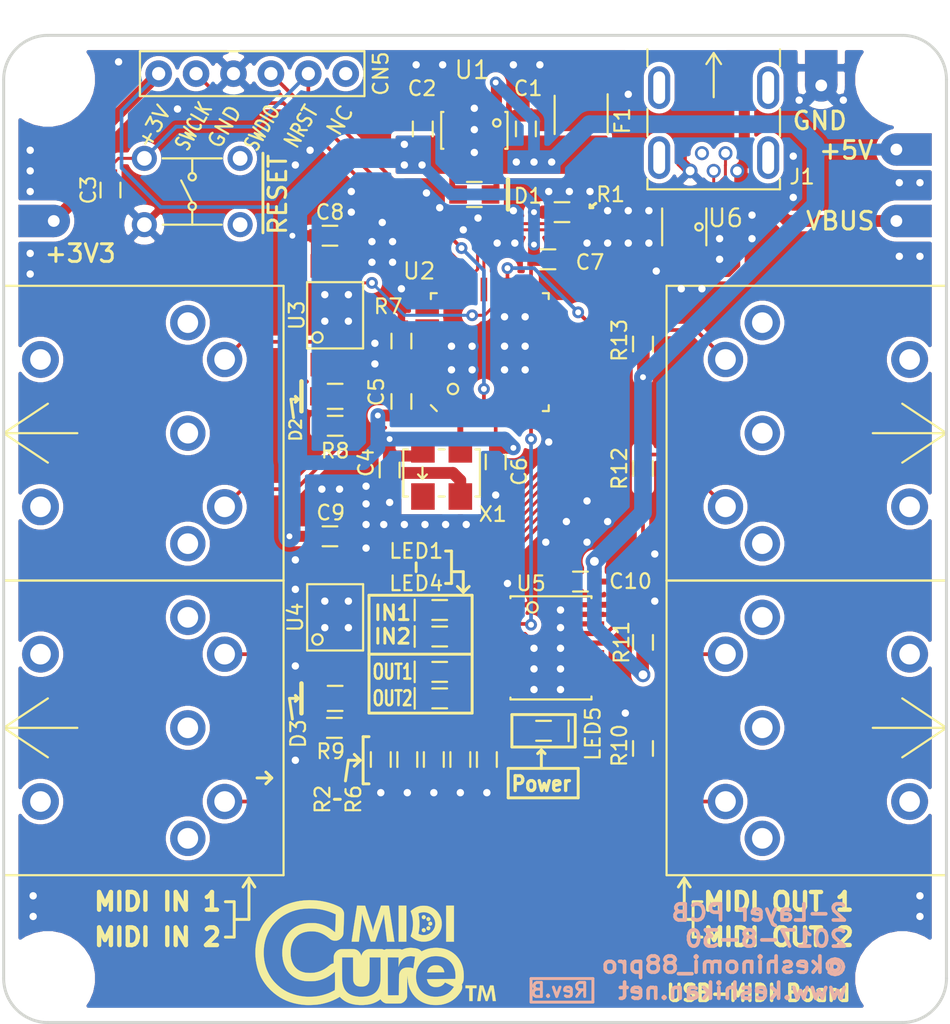
<source format=kicad_pcb>
(kicad_pcb (version 20171130) (host pcbnew 5.1.2-f72e74a~84~ubuntu18.04.1)
  (layers (0 F.Cu signal) (31 B.Cu signal) (34 B.Paste user) (35 F.Paste user) (36 B.SilkS user) (37 F.SilkS user) (38 B.Mask user) (39 F.Mask user) (44 Edge.Cuts user))
  (net 0 "")
  (net 1 +5V)
  (net 2 VBUS)
  (net 3 +3V3)
  (net 4 "Net-(CN1-Pad4)")
  (net 5 "Net-(CN1-Pad5)")
  (net 6 "Net-(CN2-Pad4)")
  (net 7 "Net-(CN2-Pad5)")
  (net 8 "Net-(CN3-Pad4)")
  (net 9 "Net-(CN3-Pad5)")
  (net 10 "Net-(CN4-Pad4)")
  (net 11 "Net-(CN4-Pad5)")
  (net 12 NRST)
  (net 13 SWDIO)
  (net 14 SWCLK)
  (net 15 "Net-(D2-Pad1)")
  (net 16 "Net-(D3-Pad1)")
  (net 17 MIDI_IN_1)
  (net 18 MIDI_IN_2)
  (net 19 "Net-(LED1-Pad1)")
  (net 20 "Net-(LED2-Pad1)")
  (net 21 "Net-(LED2-Pad2)")
  (net 22 "Net-(LED3-Pad1)")
  (net 23 "Net-(LED3-Pad2)")
  (net 24 "Net-(LED4-Pad1)")
  (net 25 "Net-(LED4-Pad2)")
  (net 26 "Net-(LED5-Pad1)")
  (net 27 "Net-(LED5-Pad2)")
  (net 28 MIDI_OUT_2)
  (net 29 MIDI_OUT_1)
  (net 30 "Net-(R12-Pad1)")
  (net 31 GNDD)
  (net 32 "Net-(U2-Pad2)")
  (net 33 "Net-(LED1-Pad2)")
  (net 34 "Net-(R10-Pad1)")
  (net 35 USBD_P)
  (net 36 USBD_N)
  (net 37 "Net-(CN1-Pad2)")
  (net 38 "Net-(CN1-Pad3)")
  (net 39 "Net-(CN1-Pad1)")
  (net 40 "Net-(CN2-Pad2)")
  (net 41 "Net-(CN2-Pad3)")
  (net 42 "Net-(CN2-Pad1)")
  (net 43 "Net-(CN3-Pad2)")
  (net 44 "Net-(CN3-Pad3)")
  (net 45 "Net-(CN3-Pad1)")
  (net 46 "Net-(CN4-Pad2)")
  (net 47 "Net-(CN4-Pad3)")
  (net 48 "Net-(CN4-Pad1)")
  (net 49 "Net-(CN5-Pad6)")
  (net 50 "Net-(J1-Pad4)")
  (net 51 "Net-(U2-Pad3)")
  (net 52 "Net-(U2-Pad6)")
  (net 53 "Net-(U2-Pad7)")
  (net 54 "Net-(U2-Pad15)")
  (net 55 "Net-(U2-Pad18)")
  (net 56 "Net-(U2-Pad25)")
  (net 57 "Net-(U2-Pad26)")
  (net 58 "Net-(U2-Pad27)")
  (net 59 "Net-(U2-Pad28)")
  (net 60 "Net-(U2-Pad29)")
  (net 61 "Net-(U2-Pad30)")
  (net 62 "Net-(U5-Pad16)")
  (net 63 "Net-(U5-Pad15)")
  (net 64 "Net-(U5-Pad14)")
  (net 65 "Net-(U5-Pad13)")
  (net 66 "Net-(U5-Pad12)")
  (net 67 "Net-(U5-Pad11)")
  (net 68 "Net-(X1-Pad1)")
  (net 69 "Net-(U6-Pad3)")
  (net 70 "Net-(R7-Pad2)")
  (module keshikan:vias_0.6mm (layer F.Cu) (at 56.8 116.2)
    (fp_text reference REF** hide)
    (fp_text value vias_0.6mm hide)
    (pad "" thru_hole circle (at 0 0) (size 0.9 0.9) (drill 0.5) (layers *.Cu) (net 31 GNDD))
  )
  (module keshikan:vias_0.6mm (layer F.Cu) (at 117.2 159.8)
    (fp_text reference REF** hide)
    (fp_text value vias_0.6mm hide)
    (pad "" thru_hole circle (at 0 0) (size 0.9 0.9) (drill 0.5) (layers *.Cu) (net 31 GNDD))
  )
  (module keshikan:vias_0.6mm (layer F.Cu) (at 117.2 158.4)
    (fp_text reference REF** hide)
    (fp_text value vias_0.6mm hide)
    (pad "" thru_hole circle (at 0 0) (size 0.9 0.9) (drill 0.5) (layers *.Cu) (net 31 GNDD))
  )
  (module keshikan:vias_0.6mm (layer F.Cu) (at 57 159.8)
    (fp_text reference REF** hide)
    (fp_text value vias_0.6mm hide)
    (pad "" thru_hole circle (at 0 0) (size 0.9 0.9) (drill 0.5) (layers *.Cu) (net 31 GNDD))
  )
  (module keshikan:vias_0.6mm (layer F.Cu) (at 57 158.4)
    (fp_text reference REF** hide)
    (fp_text value vias_0.6mm hide)
    (pad "" thru_hole circle (at 0 0) (size 0.9 0.9) (drill 0.5) (layers *.Cu) (net 31 GNDD))
  )
  (module keshikan:vias_0.6mm (layer F.Cu) (at 91.8 134.4)
    (fp_text reference REF** hide)
    (fp_text value vias_0.6mm hide)
    (pad "" thru_hole circle (at 0 0) (size 0.9 0.9) (drill 0.5) (layers *.Cu) (net 31 GNDD))
  )
  (module keshikan:vias_0.6mm (layer F.Cu) (at 94.6 134.4)
    (fp_text reference REF** hide)
    (fp_text value vias_0.6mm hide)
    (pad "" thru_hole circle (at 0 0) (size 0.9 0.9) (drill 0.5) (layers *.Cu) (net 31 GNDD))
  )
  (module keshikan:vias_0.6mm (layer F.Cu) (at 117.2 110)
    (fp_text reference REF** hide)
    (fp_text value vias_0.6mm hide)
    (pad "" thru_hole circle (at 0 0) (size 0.9 0.9) (drill 0.5) (layers *.Cu) (net 31 GNDD))
  )
  (module keshikan:vias_0.6mm (layer F.Cu) (at 115.8 110)
    (fp_text reference REF** hide)
    (fp_text value vias_0.6mm hide)
    (pad "" thru_hole circle (at 0 0) (size 0.9 0.9) (drill 0.5) (layers *.Cu) (net 31 GNDD))
  )
  (module keshikan:vias_0.6mm (layer F.Cu) (at 82 117.2)
    (fp_text reference REF** hide)
    (fp_text value vias_0.6mm hide)
    (pad "" thru_hole circle (at 0 0) (size 0.9 0.9) (drill 0.5) (layers *.Cu) (net 31 GNDD))
  )
  (module "keshikan:SMD_0603(1608)" (layer F.Cu) (at 86 149.15 90)
    (fp_text reference R5 hide)
    (fp_text value 750)
    (pad 1 smd rect (at -0.95 0 90) (size 0.9 0.9) (layers F.Cu F.Paste F.Mask) (net 31 GNDD))
    (pad 2 smd rect (at 0.95 0 90) (size 0.9 0.9) (layers F.Cu F.Paste F.Mask) (net 24 "Net-(LED4-Pad1)"))
  )
  (module "keshikan:SMD_0603(1608)" (layer F.Cu) (at 84.2 149.15 90)
    (fp_text reference R4 hide)
    (fp_text value 750)
    (pad 1 smd rect (at -0.95 0 90) (size 0.9 0.9) (layers F.Cu F.Paste F.Mask) (net 31 GNDD))
    (pad 2 smd rect (at 0.95 0 90) (size 0.9 0.9) (layers F.Cu F.Paste F.Mask) (net 22 "Net-(LED3-Pad1)"))
  )
  (module keshikan:vias_0.6mm (layer F.Cu) (at 93.2 133)
    (fp_text reference REF** hide)
    (fp_text value vias_0.6mm hide)
    (pad "" thru_hole circle (at 0 0) (size 0.9 0.9) (drill 0.5) (layers *.Cu) (net 31 GNDD))
  )
  (module keshikan:vias_0.6mm (layer F.Cu) (at 87.2 112.4)
    (fp_text reference REF** hide)
    (fp_text value vias_0.6mm hide)
    (pad "" thru_hole circle (at 0 0) (size 0.9 0.9) (drill 0.5) (layers *.Cu) (net 31 GNDD))
  )
  (module keshikan:vias_0.6mm (layer F.Cu) (at 87.8 151.4)
    (fp_text reference REF** hide)
    (fp_text value vias_0.6mm hide)
    (pad "" thru_hole circle (at 0 0) (size 0.9 0.9) (drill 0.5) (layers *.Cu) (net 31 GNDD))
  )
  (module keshikan:vias_0.6mm (layer F.Cu) (at 86 151.4)
    (fp_text reference REF** hide)
    (fp_text value vias_0.6mm hide)
    (pad "" thru_hole circle (at 0 0) (size 0.9 0.9) (drill 0.5) (layers *.Cu) (net 31 GNDD))
  )
  (module keshikan:vias_0.6mm (layer F.Cu) (at 84.2 151.4)
    (fp_text reference REF** hide)
    (fp_text value vias_0.6mm hide)
    (pad "" thru_hole circle (at 0 0) (size 0.9 0.9) (drill 0.5) (layers *.Cu) (net 31 GNDD))
  )
  (module keshikan:vias_0.6mm (layer F.Cu) (at 82.4 151.4)
    (fp_text reference REF** hide)
    (fp_text value vias_0.6mm hide)
    (pad "" thru_hole circle (at 0 0) (size 0.9 0.9) (drill 0.5) (layers *.Cu) (net 31 GNDD))
  )
  (module keshikan:vias_0.6mm (layer F.Cu) (at 84.6 111.7)
    (fp_text reference REF** hide)
    (fp_text value vias_0.6mm hide)
    (pad "" thru_hole circle (at 0 0) (size 0.9 0.9) (drill 0.5) (layers *.Cu) (net 31 GNDD))
  )
  (module keshikan:vias_0.6mm (layer F.Cu) (at 83.7 110.7)
    (fp_text reference REF** hide)
    (fp_text value vias_0.6mm hide)
    (pad "" thru_hole circle (at 0 0) (size 0.9 0.9) (drill 0.5) (layers *.Cu) (net 31 GNDD))
  )
  (module keshikan:vias_0.6mm (layer F.Cu) (at 78.6 110.6)
    (fp_text reference REF** hide)
    (fp_text value vias_0.6mm hide)
    (pad "" thru_hole circle (at 0 0) (size 0.9 0.9) (drill 0.5) (layers *.Cu) (net 31 GNDD))
  )
  (module keshikan:vias_0.6mm (layer F.Cu) (at 80.7 112.7)
    (fp_text reference REF** hide)
    (fp_text value vias_0.6mm hide)
    (pad "" thru_hole circle (at 0 0) (size 0.9 0.9) (drill 0.5) (layers *.Cu) (net 31 GNDD))
  )
  (module keshikan:vias_0.6mm (layer F.Cu) (at 74.8 108.8)
    (fp_text reference REF** hide)
    (fp_text value vias_0.6mm hide)
    (pad "" thru_hole circle (at 0 0) (size 0.9 0.9) (drill 0.5) (layers *.Cu) (net 31 GNDD))
  )
  (module keshikan:vias_0.6mm (layer F.Cu) (at 89.6 111.9)
    (fp_text reference REF** hide)
    (fp_text value vias_0.6mm hide)
    (pad "" thru_hole circle (at 0 0) (size 0.9 0.9) (drill 0.5) (layers *.Cu) (net 31 GNDD))
  )
  (module keshikan:vias_0.6mm (layer F.Cu) (at 92 110.6)
    (fp_text reference REF** hide)
    (fp_text value vias_0.6mm hide)
    (pad "" thru_hole circle (at 0 0) (size 0.9 0.9) (drill 0.5) (layers *.Cu) (net 31 GNDD))
  )
  (module keshikan:vias_0.6mm (layer F.Cu) (at 93.4 110.6)
    (fp_text reference REF** hide)
    (fp_text value vias_0.6mm hide)
    (pad "" thru_hole circle (at 0 0) (size 0.9 0.9) (drill 0.5) (layers *.Cu) (net 31 GNDD))
  )
  (module keshikan:vias_0.6mm (layer F.Cu) (at 89.7 114.1)
    (fp_text reference REF** hide)
    (fp_text value vias_0.6mm hide)
    (pad "" thru_hole circle (at 0 0) (size 0.9 0.9) (drill 0.5) (layers *.Cu) (net 31 GNDD))
  )
  (module keshikan:vias_0.6mm (layer F.Cu) (at 79.6 130.6)
    (fp_text reference REF** hide)
    (fp_text value vias_0.6mm hide)
    (pad "" thru_hole circle (at 0 0) (size 0.9 0.9) (drill 0.5) (layers *.Cu) (net 31 GNDD))
  )
  (module keshikan:vias_0.6mm (layer F.Cu) (at 79.6 131.8)
    (fp_text reference REF** hide)
    (fp_text value vias_0.6mm hide)
    (pad "" thru_hole circle (at 0 0) (size 0.9 0.9) (drill 0.5) (layers *.Cu) (net 31 GNDD))
  )
  (module keshikan:vias_0.6mm (layer F.Cu) (at 79.6 133.2)
    (fp_text reference REF** hide)
    (fp_text value vias_0.6mm hide)
    (pad "" thru_hole circle (at 0 0) (size 0.9 0.9) (drill 0.5) (layers *.Cu) (net 31 GNDD))
  )
  (module keshikan:vias_0.6mm (layer F.Cu) (at 80.8 133.2)
    (fp_text reference REF** hide)
    (fp_text value vias_0.6mm hide)
    (pad "" thru_hole circle (at 0 0) (size 0.9 0.9) (drill 0.5) (layers *.Cu) (net 31 GNDD))
  )
  (module keshikan:vias_0.6mm (layer F.Cu) (at 82.2 133.2)
    (fp_text reference REF** hide)
    (fp_text value vias_0.6mm hide)
    (pad "" thru_hole circle (at 0 0) (size 0.9 0.9) (drill 0.5) (layers *.Cu) (net 31 GNDD))
  )
  (module keshikan:vias_0.6mm (layer F.Cu) (at 83.6 133.2)
    (fp_text reference REF** hide)
    (fp_text value vias_0.6mm hide)
    (pad "" thru_hole circle (at 0 0) (size 0.9 0.9) (drill 0.5) (layers *.Cu) (net 31 GNDD))
  )
  (module keshikan:vias_0.6mm (layer F.Cu) (at 85 133.2)
    (fp_text reference REF** hide)
    (fp_text value vias_0.6mm hide)
    (pad "" thru_hole circle (at 0 0) (size 0.9 0.9) (drill 0.5) (layers *.Cu) (net 31 GNDD))
  )
  (module keshikan:vias_0.6mm (layer F.Cu) (at 78.6 112)
    (fp_text reference REF** hide)
    (fp_text value vias_0.6mm hide)
    (pad "" thru_hole circle (at 0 0) (size 0.9 0.9) (drill 0.5) (layers *.Cu) (net 31 GNDD))
  )
  (module keshikan:vias_0.6mm (layer F.Cu) (at 88.5 114.1)
    (fp_text reference REF** hide)
    (fp_text value vias_0.6mm hide)
    (pad "" thru_hole circle (at 0 0) (size 0.9 0.9) (drill 0.5) (layers *.Cu) (net 31 GNDD))
  )
  (module keshikan:vias_0.6mm (layer F.Cu) (at 80.6 151.4)
    (fp_text reference REF** hide)
    (fp_text value vias_0.6mm hide)
    (pad "" thru_hole circle (at 0 0) (size 0.9 0.9) (drill 0.5) (layers *.Cu) (net 31 GNDD))
  )
  (module keshikan:vias_0.6mm (layer F.Cu) (at 115.8 115)
    (fp_text reference REF** hide)
    (fp_text value vias_0.6mm hide)
    (pad "" thru_hole circle (at 0 0) (size 0.9 0.9) (drill 0.5) (layers *.Cu) (net 31 GNDD))
  )
  (module keshikan:vias_0.6mm (layer F.Cu) (at 117.2 115)
    (fp_text reference REF** hide)
    (fp_text value vias_0.6mm hide)
    (pad "" thru_hole circle (at 0 0) (size 0.9 0.9) (drill 0.5) (layers *.Cu) (net 31 GNDD))
  )
  (module keshikan:vias_0.6mm (layer F.Cu) (at 56.8 107.8)
    (fp_text reference REF** hide)
    (fp_text value vias_0.6mm hide)
    (pad "" thru_hole circle (at 0 0) (size 0.9 0.9) (drill 0.5) (layers *.Cu) (net 31 GNDD))
  )
  (module keshikan:vias_0.6mm (layer F.Cu) (at 56.8 109.2)
    (fp_text reference REF** hide)
    (fp_text value vias_0.6mm hide)
    (pad "" thru_hole circle (at 0 0) (size 0.9 0.9) (drill 0.5) (layers *.Cu) (net 31 GNDD))
  )
  (module keshikan:vias_0.6mm (layer F.Cu) (at 56.8 114.8)
    (fp_text reference REF** hide)
    (fp_text value vias_0.6mm hide)
    (pad "" thru_hole circle (at 0 0) (size 0.9 0.9) (drill 0.5) (layers *.Cu) (net 31 GNDD))
  )
  (module keshikan:vias_0.6mm (layer F.Cu) (at 112 104.4)
    (fp_text reference REF** hide)
    (fp_text value vias_0.6mm hide)
    (pad "" thru_hole circle (at 0 0) (size 0.9 0.9) (drill 0.5) (layers *.Cu) (net 31 GNDD))
  )
  (module keshikan:vias_0.6mm (layer F.Cu) (at 109 104.4)
    (fp_text reference REF** hide)
    (fp_text value vias_0.6mm hide)
    (pad "" thru_hole circle (at 0 0) (size 0.9 0.9) (drill 0.5) (layers *.Cu) (net 31 GNDD))
  )
  (module keshikan:vias_0.6mm (layer F.Cu) (at 94.8 110.6)
    (fp_text reference REF** hide)
    (fp_text value vias_0.6mm hide)
    (pad "" thru_hole circle (at 0 0) (size 0.9 0.9) (drill 0.5) (layers *.Cu) (net 31 GNDD))
  )
  (module keshikan:vias_0.6mm (layer F.Cu) (at 96 111.9)
    (fp_text reference REF** hide)
    (fp_text value vias_0.6mm hide)
    (pad "" thru_hole circle (at 0 0) (size 0.9 0.9) (drill 0.5) (layers *.Cu) (net 31 GNDD))
  )
  (module keshikan:vias_0.6mm (layer F.Cu) (at 98.8 111.9)
    (fp_text reference REF** hide)
    (fp_text value vias_0.6mm hide)
    (pad "" thru_hole circle (at 0 0) (size 0.9 0.9) (drill 0.5) (layers *.Cu) (net 31 GNDD))
  )
  (module keshikan:vias_0.6mm (layer F.Cu) (at 97.4 111.9)
    (fp_text reference REF** hide)
    (fp_text value vias_0.6mm hide)
    (pad "" thru_hole circle (at 0 0) (size 0.9 0.9) (drill 0.5) (layers *.Cu) (net 31 GNDD))
  )
  (module keshikan:vias_0.6mm (layer F.Cu) (at 96 114.1)
    (fp_text reference REF** hide)
    (fp_text value vias_0.6mm hide)
    (pad "" thru_hole circle (at 0 0) (size 0.9 0.9) (drill 0.5) (layers *.Cu) (net 31 GNDD))
  )
  (module keshikan:vias_0.6mm (layer F.Cu) (at 94.6 114.1)
    (fp_text reference REF** hide)
    (fp_text value vias_0.6mm hide)
    (pad "" thru_hole circle (at 0 0) (size 0.9 0.9) (drill 0.5) (layers *.Cu) (net 31 GNDD))
  )
  (module keshikan:vias_0.6mm (layer F.Cu) (at 98.8 114.1)
    (fp_text reference REF** hide)
    (fp_text value vias_0.6mm hide)
    (pad "" thru_hole circle (at 0 0) (size 0.9 0.9) (drill 0.5) (layers *.Cu) (net 31 GNDD))
  )
  (module keshikan:vias_0.6mm (layer F.Cu) (at 97.4 114.1)
    (fp_text reference REF** hide)
    (fp_text value vias_0.6mm hide)
    (pad "" thru_hole circle (at 0 0) (size 0.9 0.9) (drill 0.5) (layers *.Cu) (net 31 GNDD))
  )
  (module keshikan:vias_0.6mm (layer F.Cu) (at 99.3 116)
    (fp_text reference REF** hide)
    (fp_text value vias_0.6mm hide)
    (pad "" thru_hole circle (at 0 0) (size 0.9 0.9) (drill 0.5) (layers *.Cu) (net 31 GNDD))
  )
  (module keshikan:vias_0.6mm (layer F.Cu) (at 102.4 117.2)
    (fp_text reference REF** hide)
    (fp_text value vias_0.6mm hide)
    (pad "" thru_hole circle (at 0 0) (size 0.9 0.9) (drill 0.5) (layers *.Cu) (net 31 GNDD))
  )
  (module keshikan:vias_0.6mm (layer F.Cu) (at 101 117.2)
    (fp_text reference REF** hide)
    (fp_text value vias_0.6mm hide)
    (pad "" thru_hole circle (at 0 0) (size 0.9 0.9) (drill 0.5) (layers *.Cu) (net 31 GNDD))
  )
  (module keshikan:vias_0.6mm (layer F.Cu) (at 103.6 115.2)
    (fp_text reference REF** hide)
    (fp_text value vias_0.6mm hide)
    (pad "" thru_hole circle (at 0 0) (size 0.9 0.9) (drill 0.5) (layers *.Cu) (net 31 GNDD))
  )
  (module keshikan:vias_0.6mm (layer F.Cu) (at 103.6 113.8)
    (fp_text reference REF** hide)
    (fp_text value vias_0.6mm hide)
    (pad "" thru_hole circle (at 0 0) (size 0.9 0.9) (drill 0.5) (layers *.Cu) (net 31 GNDD))
  )
  (module keshikan:vias_0.6mm (layer F.Cu) (at 105.8 112.2)
    (fp_text reference REF** hide)
    (fp_text value vias_0.6mm hide)
    (pad "" thru_hole circle (at 0 0) (size 0.9 0.9) (drill 0.5) (layers *.Cu) (net 31 GNDD))
  )
  (module keshikan:miniSMDC030F (layer F.Cu) (at 94.2 105.4 90)
    (fp_text reference F1 (at -0.4 2.8 270) (layer F.SilkS))
    (fp_text value "PolySW 0.35A")
    (pad 1 smd rect (at -2.49 0 90) (size 1.88 3.15) (layers F.Cu F.Paste F.Mask) (net 1 +5V))
    (pad 2 smd rect (at 2.49 0 90) (size 1.88 3.15) (layers F.Cu F.Paste F.Mask) (net 2 VBUS))
  )
  (module keshikan:vias_0.6mm (layer F.Cu) (at 92.2 108.6)
    (fp_text reference REF** hide)
    (fp_text value vias_0.6mm hide)
    (pad "" thru_hole circle (at 0 0) (size 0.9 0.9) (drill 0.5) (layers *.Cu) (net 1 +5V))
  )
  (module keshikan:vias_0.6mm (layer F.Cu) (at 91 108.6)
    (fp_text reference REF** hide)
    (fp_text value vias_0.6mm hide)
    (pad "" thru_hole circle (at 0 0) (size 0.9 0.9) (drill 0.5) (layers *.Cu) (net 1 +5V))
  )
  (module keshikan:vias_0.6mm (layer F.Cu) (at 89.8 108.6)
    (fp_text reference REF** hide)
    (fp_text value vias_0.6mm hide)
    (pad "" thru_hole circle (at 0 0) (size 0.9 0.9) (drill 0.5) (layers *.Cu) (net 1 +5V))
  )
  (module keshikan:vias_0.6mm (layer F.Cu) (at 56.8 110.6)
    (fp_text reference REF** hide)
    (fp_text value vias_0.6mm hide)
    (pad "" thru_hole circle (at 0 0) (size 0.9 0.9) (drill 0.5) (layers *.Cu) (net 31 GNDD))
  )
  (module keshikan:vias_0.6mm (layer F.Cu) (at 62.8 101.8)
    (fp_text reference REF** hide)
    (fp_text value vias_0.6mm hide)
    (pad "" thru_hole circle (at 0 0) (size 0.9 0.9) (drill 0.5) (layers *.Cu) (net 31 GNDD))
  )
  (module keshikan:vias_0.6mm (layer F.Cu) (at 66.8 105)
    (fp_text reference REF** hide)
    (fp_text value vias_0.6mm hide)
    (pad "" thru_hole circle (at 0 0) (size 0.9 0.9) (drill 0.5) (layers *.Cu) (net 31 GNDD))
  )
  (module keshikan:vias_0.6mm (layer F.Cu) (at 75.8 107.8)
    (fp_text reference REF** hide)
    (fp_text value vias_0.6mm hide)
    (pad "" thru_hole circle (at 0 0) (size 0.9 0.9) (drill 0.5) (layers *.Cu) (net 31 GNDD))
  )
  (module keshikan:vias_0.6mm (layer F.Cu) (at 86.2 113.2)
    (fp_text reference REF** hide)
    (fp_text value vias_0.6mm hide)
    (pad "" thru_hole circle (at 0 0) (size 0.9 0.9) (drill 0.5) (layers *.Cu) (net 31 GNDD))
  )
  (module keshikan:vias_0.6mm (layer F.Cu) (at 78.4 119.4)
    (fp_text reference REF** hide)
    (fp_text value vias_0.6mm hide)
    (pad "" thru_hole circle (at 0 0) (size 0.9 0.9) (drill 0.5) (layers *.Cu) (net 31 GNDD))
  )
  (module keshikan:vias_0.6mm (layer F.Cu) (at 76.8 117.6)
    (fp_text reference REF** hide)
    (fp_text value vias_0.6mm hide)
    (pad "" thru_hole circle (at 0 0) (size 0.9 0.9) (drill 0.5) (layers *.Cu) (net 31 GNDD))
  )
  (module keshikan:vias_0.6mm (layer F.Cu) (at 78.4 117.6)
    (fp_text reference REF** hide)
    (fp_text value vias_0.6mm hide)
    (pad "" thru_hole circle (at 0 0) (size 0.9 0.9) (drill 0.5) (layers *.Cu) (net 31 GNDD))
  )
  (module keshikan:vias_0.6mm (layer F.Cu) (at 76.8 119.4)
    (fp_text reference REF** hide)
    (fp_text value vias_0.6mm hide)
    (pad "" thru_hole circle (at 0 0) (size 0.9 0.9) (drill 0.5) (layers *.Cu) (net 31 GNDD))
  )
  (module keshikan:vias_0.6mm (layer F.Cu) (at 76.8 140.2)
    (fp_text reference REF** hide)
    (fp_text value vias_0.6mm hide)
    (pad "" thru_hole circle (at 0 0) (size 0.9 0.9) (drill 0.5) (layers *.Cu) (net 31 GNDD))
  )
  (module keshikan:vias_0.6mm (layer F.Cu) (at 78.4 140.2)
    (fp_text reference REF** hide)
    (fp_text value vias_0.6mm hide)
    (pad "" thru_hole circle (at 0 0) (size 0.9 0.9) (drill 0.5) (layers *.Cu) (net 31 GNDD))
  )
  (module keshikan:vias_0.6mm (layer F.Cu) (at 78.4 138.4)
    (fp_text reference REF** hide)
    (fp_text value vias_0.6mm hide)
    (pad "" thru_hole circle (at 0 0) (size 0.9 0.9) (drill 0.5) (layers *.Cu) (net 31 GNDD))
  )
  (module keshikan:vias_0.6mm (layer F.Cu) (at 76.8 138.4)
    (fp_text reference REF** hide)
    (fp_text value vias_0.6mm hide)
    (pad "" thru_hole circle (at 0 0) (size 0.9 0.9) (drill 0.5) (layers *.Cu) (net 31 GNDD))
  )
  (module keshikan:vias_0.6mm (layer F.Cu) (at 79.6 134.8)
    (fp_text reference REF** hide)
    (fp_text value vias_0.6mm hide)
    (pad "" thru_hole circle (at 0 0) (size 0.9 0.9) (drill 0.5) (layers *.Cu) (net 31 GNDD))
  )
  (module keshikan:vias_0.6mm (layer F.Cu) (at 86.4 133.2)
    (fp_text reference REF** hide)
    (fp_text value vias_0.6mm hide)
    (pad "" thru_hole circle (at 0 0) (size 0.9 0.9) (drill 0.5) (layers *.Cu) (net 31 GNDD))
  )
  (module keshikan:vias_0.6mm (layer F.Cu) (at 77.8 130.8)
    (fp_text reference REF** hide)
    (fp_text value vias_0.6mm hide)
    (pad "" thru_hole circle (at 0 0) (size 0.9 0.9) (drill 0.5) (layers *.Cu) (net 31 GNDD))
  )
  (module keshikan:vias_0.6mm (layer F.Cu) (at 76.6 130.8)
    (fp_text reference REF** hide)
    (fp_text value vias_0.6mm hide)
    (pad "" thru_hole circle (at 0 0) (size 0.9 0.9) (drill 0.5) (layers *.Cu) (net 31 GNDD))
  )
  (module keshikan:vias_0.6mm (layer F.Cu) (at 74.8 135.6)
    (fp_text reference REF** hide)
    (fp_text value vias_0.6mm hide)
    (pad "" thru_hole circle (at 0 0) (size 0.9 0.9) (drill 0.5) (layers *.Cu) (net 31 GNDD))
  )
  (module keshikan:vias_0.6mm (layer F.Cu) (at 74.8 137.6)
    (fp_text reference REF** hide)
    (fp_text value vias_0.6mm hide)
    (pad "" thru_hole circle (at 0 0) (size 0.9 0.9) (drill 0.5) (layers *.Cu) (net 31 GNDD))
  )
  (module keshikan:vias_0.6mm (layer F.Cu) (at 74.8 142.8)
    (fp_text reference REF** hide)
    (fp_text value vias_0.6mm hide)
    (pad "" thru_hole circle (at 0 0) (size 0.9 0.9) (drill 0.5) (layers *.Cu) (net 31 GNDD))
  )
  (module keshikan:vias_0.6mm (layer F.Cu) (at 74.8 149.2)
    (fp_text reference REF** hide)
    (fp_text value vias_0.6mm hide)
    (pad "" thru_hole circle (at 0 0) (size 0.9 0.9) (drill 0.5) (layers *.Cu) (net 31 GNDD))
  )
  (module keshikan:vias_0.6mm (layer F.Cu) (at 97.2 146)
    (fp_text reference REF** hide)
    (fp_text value vias_0.6mm hide)
    (pad "" thru_hole circle (at 0 0) (size 0.9 0.9) (drill 0.5) (layers *.Cu) (net 31 GNDD))
  )
  (module keshikan:vias_0.6mm (layer F.Cu) (at 99.2 138.4)
    (fp_text reference REF** hide)
    (fp_text value vias_0.6mm hide)
    (pad "" thru_hole circle (at 0 0) (size 0.9 0.9) (drill 0.5) (layers *.Cu) (net 31 GNDD))
  )
  (module keshikan:vias_0.6mm (layer F.Cu) (at 99.2 135.2)
    (fp_text reference REF** hide)
    (fp_text value vias_0.6mm hide)
    (pad "" thru_hole circle (at 0 0) (size 0.9 0.9) (drill 0.5) (layers *.Cu) (net 31 GNDD))
  )
  (module keshikan:vias_0.6mm (layer F.Cu) (at 80.2 120.9)
    (fp_text reference REF** hide)
    (fp_text value vias_0.6mm hide)
    (pad "" thru_hole circle (at 0 0) (size 0.9 0.9) (drill 0.5) (layers *.Cu) (net 31 GNDD))
  )
  (module keshikan:vias_0.6mm (layer F.Cu) (at 80.2 122.3)
    (fp_text reference REF** hide)
    (fp_text value vias_0.6mm hide)
    (pad "" thru_hole circle (at 0 0) (size 0.9 0.9) (drill 0.5) (layers *.Cu) (net 31 GNDD))
  )
  (module keshikan:vias_0.6mm (layer F.Cu) (at 80 115.4)
    (fp_text reference REF** hide)
    (fp_text value vias_0.6mm hide)
    (pad "" thru_hole circle (at 0 0) (size 0.9 0.9) (drill 0.5) (layers *.Cu) (net 31 GNDD))
  )
  (module keshikan:vias_0.6mm (layer F.Cu) (at 81.4 115.4)
    (fp_text reference REF** hide)
    (fp_text value vias_0.6mm hide)
    (pad "" thru_hole circle (at 0 0) (size 0.9 0.9) (drill 0.5) (layers *.Cu) (net 31 GNDD))
  )
  (module keshikan:vias_0.6mm (layer F.Cu) (at 81.4 114)
    (fp_text reference REF** hide)
    (fp_text value vias_0.6mm hide)
    (pad "" thru_hole circle (at 0 0) (size 0.9 0.9) (drill 0.5) (layers *.Cu) (net 31 GNDD))
  )
  (module keshikan:vias_0.6mm (layer F.Cu) (at 80 114)
    (fp_text reference REF** hide)
    (fp_text value vias_0.6mm hide)
    (pad "" thru_hole circle (at 0 0) (size 0.9 0.9) (drill 0.5) (layers *.Cu) (net 31 GNDD))
  )
  (module keshikan:vias_0.6mm (layer F.Cu) (at 97.4 104)
    (fp_text reference REF** hide)
    (fp_text value vias_0.6mm hide)
    (pad "" thru_hole circle (at 0 0) (size 0.9 0.9) (drill 0.5) (layers *.Cu) (net 31 GNDD))
  )
  (module keshikan:vias_0.6mm (layer F.Cu) (at 83 102)
    (fp_text reference REF** hide)
    (fp_text value vias_0.6mm hide)
    (pad "" thru_hole circle (at 0 0) (size 0.9 0.9) (drill 0.5) (layers *.Cu) (net 31 GNDD))
  )
  (module keshikan:vias_0.6mm (layer F.Cu) (at 84.8 102)
    (fp_text reference REF** hide)
    (fp_text value vias_0.6mm hide)
    (pad "" thru_hole circle (at 0 0) (size 0.9 0.9) (drill 0.5) (layers *.Cu) (net 31 GNDD))
  )
  (module keshikan:vias_0.6mm (layer F.Cu) (at 89.6 102)
    (fp_text reference REF** hide)
    (fp_text value vias_0.6mm hide)
    (pad "" thru_hole circle (at 0 0) (size 0.9 0.9) (drill 0.5) (layers *.Cu) (net 31 GNDD))
  )
  (module keshikan:vias_0.6mm (layer F.Cu) (at 91.4 102)
    (fp_text reference REF** hide)
    (fp_text value vias_0.6mm hide)
    (pad "" thru_hole circle (at 0 0) (size 0.9 0.9) (drill 0.5) (layers *.Cu) (net 31 GNDD))
  )
  (module keshikan:vias_0.6mm (layer F.Cu) (at 105.8 113.8)
    (fp_text reference REF** hide)
    (fp_text value vias_0.6mm hide)
    (pad "" thru_hole circle (at 0 0) (size 0.9 0.9) (drill 0.5) (layers *.Cu) (net 31 GNDD))
  )
  (module keshikan:vias_0.6mm (layer F.Cu) (at 108.6 111)
    (fp_text reference REF** hide)
    (fp_text value vias_0.6mm hide)
    (pad "" thru_hole circle (at 0 0) (size 0.9 0.9) (drill 0.5) (layers *.Cu) (net 31 GNDD))
  )
  (module keshikan:vias_0.6mm (layer F.Cu) (at 108.6 108.2)
    (fp_text reference REF** hide)
    (fp_text value vias_0.6mm hide)
    (pad "" thru_hole circle (at 0 0) (size 0.9 0.9) (drill 0.5) (layers *.Cu) (net 31 GNDD))
  )
  (module keshikan:vias_0.6mm (layer F.Cu) (at 92.8 139)
    (fp_text reference REF** hide)
    (fp_text value vias_0.6mm hide)
    (pad "" thru_hole circle (at 0 0) (size 0.9 0.9) (drill 0.5) (layers *.Cu) (net 31 GNDD))
  )
  (module keshikan:vias_0.6mm (layer F.Cu) (at 92.8 140.2)
    (fp_text reference REF** hide)
    (fp_text value vias_0.6mm hide)
    (pad "" thru_hole circle (at 0 0) (size 0.9 0.9) (drill 0.5) (layers *.Cu) (net 31 GNDD))
  )
  (module keshikan:vias_0.6mm (layer F.Cu) (at 91 141.6)
    (fp_text reference REF** hide)
    (fp_text value vias_0.6mm hide)
    (pad "" thru_hole circle (at 0 0) (size 0.9 0.9) (drill 0.5) (layers *.Cu) (net 31 GNDD))
  )
  (module keshikan:vias_0.6mm (layer F.Cu) (at 92.8 141.6)
    (fp_text reference REF** hide)
    (fp_text value vias_0.6mm hide)
    (pad "" thru_hole circle (at 0 0) (size 0.9 0.9) (drill 0.5) (layers *.Cu) (net 31 GNDD))
  )
  (module keshikan:vias_0.6mm (layer F.Cu) (at 91 143)
    (fp_text reference REF** hide)
    (fp_text value vias_0.6mm hide)
    (pad "" thru_hole circle (at 0 0) (size 0.9 0.9) (drill 0.5) (layers *.Cu) (net 31 GNDD))
  )
  (module keshikan:vias_0.6mm (layer F.Cu) (at 92.8 143)
    (fp_text reference REF** hide)
    (fp_text value vias_0.6mm hide)
    (pad "" thru_hole circle (at 0 0) (size 0.9 0.9) (drill 0.5) (layers *.Cu) (net 31 GNDD))
  )
  (module keshikan:vias_0.6mm (layer F.Cu) (at 92.8 144.4)
    (fp_text reference REF** hide)
    (fp_text value vias_0.6mm hide)
    (pad "" thru_hole circle (at 0 0) (size 0.9 0.9) (drill 0.5) (layers *.Cu) (net 31 GNDD))
  )
  (module keshikan:vias_0.6mm (layer F.Cu) (at 91 144.4)
    (fp_text reference REF** hide)
    (fp_text value vias_0.6mm hide)
    (pad "" thru_hole circle (at 0 0) (size 0.9 0.9) (drill 0.5) (layers *.Cu) (net 31 GNDD))
  )
  (module keshikan:vias_0.6mm (layer F.Cu) (at 94.6 131.6)
    (fp_text reference REF** hide)
    (fp_text value vias_0.6mm hide)
    (pad "" thru_hole circle (at 0 0) (size 0.9 0.9) (drill 0.5) (layers *.Cu) (net 31 GNDD))
  )
  (module keshikan:vias_0.6mm (layer F.Cu) (at 96 133)
    (fp_text reference REF** hide)
    (fp_text value vias_0.6mm hide)
    (pad "" thru_hole circle (at 0 0) (size 0.9 0.9) (drill 0.5) (layers *.Cu) (net 31 GNDD))
  )
  (module keshikan:vias_0.6mm (layer F.Cu) (at 83.4 108.8)
    (fp_text reference REF** hide)
    (fp_text value vias_0.6mm hide)
    (pad "" thru_hole circle (at 0 0) (size 0.9 0.9) (drill 0.5) (layers *.Cu) (net 3 +3V3))
  )
  (module keshikan:vias_0.6mm (layer F.Cu) (at 92 127.6)
    (fp_text reference REF** hide)
    (fp_text value vias_0.6mm hide)
    (pad "" thru_hole circle (at 0 0) (size 0.9 0.9) (drill 0.5) (layers *.Cu) (net 31 GNDD))
  )
  (module keshikan:vias_0.6mm (layer F.Cu) (at 81.2 131.7)
    (fp_text reference REF** hide)
    (fp_text value vias_0.6mm hide)
    (pad "" thru_hole circle (at 0 0) (size 0.9 0.9) (drill 0.5) (layers *.Cu) (net 31 GNDD))
  )
  (module keshikan:vias_0.6mm (layer F.Cu) (at 88.4 131.2)
    (fp_text reference REF** hide)
    (fp_text value vias_0.6mm hide)
    (pad "" thru_hole circle (at 0 0) (size 0.9 0.9) (drill 0.5) (layers *.Cu) (net 31 GNDD))
  )
  (module keshikan:vias_0.6mm (layer F.Cu) (at 85.4 122.7)
    (fp_text reference REF** hide)
    (fp_text value vias_0.6mm hide)
    (pad "" thru_hole circle (at 0 0) (size 0.9 0.9) (drill 0.5) (layers *.Cu) (net 31 GNDD))
  )
  (module keshikan:vias_0.6mm (layer F.Cu) (at 86.8 122.7)
    (fp_text reference REF** hide)
    (fp_text value vias_0.6mm hide)
    (pad "" thru_hole circle (at 0 0) (size 0.9 0.9) (drill 0.5) (layers *.Cu) (net 31 GNDD))
  )
  (module keshikan:vias_0.6mm (layer F.Cu) (at 86.8 121.1)
    (fp_text reference REF** hide)
    (fp_text value vias_0.6mm hide)
    (pad "" thru_hole circle (at 0 0) (size 0.9 0.9) (drill 0.5) (layers *.Cu) (net 31 GNDD))
  )
  (module keshikan:vias_0.6mm (layer F.Cu) (at 85.4 121.1)
    (fp_text reference REF** hide)
    (fp_text value vias_0.6mm hide)
    (pad "" thru_hole circle (at 0 0) (size 0.9 0.9) (drill 0.5) (layers *.Cu) (net 31 GNDD))
  )
  (module keshikan:vias_0.6mm (layer F.Cu) (at 89 119.1)
    (fp_text reference REF** hide)
    (fp_text value vias_0.6mm hide)
    (pad "" thru_hole circle (at 0 0) (size 0.9 0.9) (drill 0.5) (layers *.Cu) (net 31 GNDD))
  )
  (module keshikan:vias_0.6mm (layer F.Cu) (at 89 121.1)
    (fp_text reference REF** hide)
    (fp_text value vias_0.6mm hide)
    (pad "" thru_hole circle (at 0 0) (size 0.9 0.9) (drill 0.5) (layers *.Cu) (net 31 GNDD))
  )
  (module keshikan:vias_0.6mm (layer F.Cu) (at 89 122.7)
    (fp_text reference REF** hide)
    (fp_text value vias_0.6mm hide)
    (pad "" thru_hole circle (at 0 0) (size 0.9 0.9) (drill 0.5) (layers *.Cu) (net 31 GNDD))
  )
  (module keshikan:vias_0.6mm (layer F.Cu) (at 90.4 122.7)
    (fp_text reference REF** hide)
    (fp_text value vias_0.6mm hide)
    (pad "" thru_hole circle (at 0 0) (size 0.9 0.9) (drill 0.5) (layers *.Cu) (net 31 GNDD))
  )
  (module keshikan:vias_0.6mm (layer F.Cu) (at 90.4 121.1)
    (fp_text reference REF** hide)
    (fp_text value vias_0.6mm hide)
    (pad "" thru_hole circle (at 0 0) (size 0.9 0.9) (drill 0.5) (layers *.Cu) (net 31 GNDD))
  )
  (module keshikan:vias_0.6mm (layer F.Cu) (at 90.4 119.1)
    (fp_text reference REF** hide)
    (fp_text value vias_0.6mm hide)
    (pad "" thru_hole circle (at 0 0) (size 0.9 0.9) (drill 0.5) (layers *.Cu) (net 31 GNDD))
  )
  (module keshikan:vias_0.6mm (layer F.Cu) (at 86.95 107.95)
    (fp_text reference REF** hide)
    (fp_text value vias_0.6mm hide)
    (pad "" thru_hole circle (at 0 0) (size 0.9 0.9) (drill 0.5) (layers *.Cu) (net 31 GNDD))
  )
  (module keshikan:vias_0.6mm (layer F.Cu) (at 86.95 106.4)
    (fp_text reference REF** hide)
    (fp_text value vias_0.6mm hide)
    (pad "" thru_hole circle (at 0 0) (size 0.9 0.9) (drill 0.5) (layers *.Cu) (net 31 GNDD))
  )
  (module keshikan:vias_0.6mm (layer F.Cu) (at 86.95 104.95)
    (fp_text reference REF** hide)
    (fp_text value vias_0.6mm hide)
    (pad "" thru_hole circle (at 0 0) (size 0.9 0.9) (drill 0.5) (layers *.Cu) (net 31 GNDD))
  )
  (module keshikan:vias_0.6mm (layer F.Cu) (at 89.2 137.2)
    (fp_text reference REF** hide)
    (fp_text value vias_0.6mm hide)
    (pad "" thru_hole circle (at 0 0) (size 0.9 0.9) (drill 0.5) (layers *.Cu) (net 31 GNDD))
  )
  (module keshikan:vias_0.6mm (layer F.Cu) (at 82.2 108.8)
    (fp_text reference REF** hide)
    (fp_text value vias_0.6mm hide)
    (pad "" thru_hole circle (at 0 0) (size 0.9 0.9) (drill 0.5) (layers *.Cu) (net 3 +3V3))
  )
  (module keshikan:vias_0.6mm (layer F.Cu) (at 82.2 107.4)
    (fp_text reference REF** hide)
    (fp_text value vias_0.6mm hide)
    (pad "" thru_hole circle (at 0 0) (size 0.9 0.9) (drill 0.5) (layers *.Cu) (net 3 +3V3))
  )
  (module "keshikan:SMD_0603(1608)" (layer F.Cu) (at 92.9 112 180)
    (fp_text reference R1 (at -3.3 1.2 180) (layer F.SilkS))
    (fp_text value 4.7k)
    (pad 1 smd rect (at -0.95 0 180) (size 0.9 0.9) (layers F.Cu F.Paste F.Mask) (net 35 USBD_P))
    (pad 2 smd rect (at 0.95 0 180) (size 0.9 0.9) (layers F.Cu F.Paste F.Mask) (net 3 +3V3))
  )
  (module "keshikan:SMD_0603(1608)" (layer F.Cu) (at 77.15 134)
    (fp_text reference C9 (at 0.05 -1.6) (layer F.SilkS))
    (fp_text value 0.1μF)
    (pad 1 smd rect (at -0.95 0) (size 0.9 0.9) (layers F.Cu F.Paste F.Mask) (net 3 +3V3))
    (pad 2 smd rect (at 0.95 0) (size 0.9 0.9) (layers F.Cu F.Paste F.Mask) (net 31 GNDD))
  )
  (module keshikan:Mechanical_M3 (layer F.Cu) (at 58 164)
    (fp_text reference REF** hide)
    (fp_text value M3 hide)
    (pad "" np_thru_hole circle (at 0 0) (size 3.2 3.2) (drill 3.2) (layers *.Cu) (clearance 1.6))
  )
  (module keshikan:Mechanical_M3 (layer F.Cu) (at 116 164)
    (fp_text reference REF** hide)
    (fp_text value M3 hide)
    (pad "" np_thru_hole circle (at 0 0) (size 3.2 3.2) (drill 3.2) (layers *.Cu) (clearance 1.6))
  )
  (module keshikan:Mechanical_M3 (layer F.Cu) (at 116 103)
    (fp_text reference REF** hide)
    (fp_text value M3 hide)
    (pad "" np_thru_hole circle (at 0 0) (size 3.2 3.2) (drill 3.2) (layers *.Cu) (clearance 1.6))
  )
  (module "keshikan:SMD_0603(1608)" (layer F.Cu) (at 90.45 106.35 90)
    (fp_text reference C1 (at 2.75 0.15 180) (layer F.SilkS))
    (fp_text value 0.33μF)
    (pad 1 smd rect (at -0.95 0 90) (size 0.9 0.9) (layers F.Cu F.Paste F.Mask) (net 1 +5V))
    (pad 2 smd rect (at 0.95 0 90) (size 0.9 0.9) (layers F.Cu F.Paste F.Mask) (net 31 GNDD))
  )
  (module "keshikan:SMD_0603(1608)" (layer F.Cu) (at 83.45 106.35 90)
    (fp_text reference C2 (at 2.75 -0.05 180) (layer F.SilkS))
    (fp_text value 2.2μF)
    (pad 1 smd rect (at -0.95 0 90) (size 0.9 0.9) (layers F.Cu F.Paste F.Mask) (net 3 +3V3))
    (pad 2 smd rect (at 0.95 0 90) (size 0.9 0.9) (layers F.Cu F.Paste F.Mask) (net 31 GNDD))
  )
  (module "keshikan:SMD_0603(1608)" (layer F.Cu) (at 82 124.85 90)
    (fp_text reference C5 (at 0.65 -1.7 270) (layer F.SilkS))
    (fp_text value 0.1μF)
    (pad 1 smd rect (at -0.95 0 90) (size 0.9 0.9) (layers F.Cu F.Paste F.Mask) (net 3 +3V3))
    (pad 2 smd rect (at 0.95 0 90) (size 0.9 0.9) (layers F.Cu F.Paste F.Mask) (net 31 GNDD))
  )
  (module "keshikan:SMD_0603(1608)" (layer F.Cu) (at 88.4 128.95 270)
    (fp_text reference C6 (at 0.65 -1.6 270) (layer F.SilkS))
    (fp_text value 0.1μF)
    (pad 1 smd rect (at -0.95 0 270) (size 0.9 0.9) (layers F.Cu F.Paste F.Mask) (net 3 +3V3))
    (pad 2 smd rect (at 0.95 0 270) (size 0.9 0.9) (layers F.Cu F.Paste F.Mask) (net 31 GNDD))
  )
  (module "keshikan:SMD_0603(1608)" (layer F.Cu) (at 91.95 115.2)
    (fp_text reference C7 (at 2.85 0.2 180) (layer F.SilkS))
    (fp_text value 0.1μF)
    (pad 1 smd rect (at -0.95 0) (size 0.9 0.9) (layers F.Cu F.Paste F.Mask) (net 3 +3V3))
    (pad 2 smd rect (at 0.95 0) (size 0.9 0.9) (layers F.Cu F.Paste F.Mask) (net 31 GNDD))
  )
  (module "keshikan:SMD_0603(1608)" (layer F.Cu) (at 77.15 113.6)
    (fp_text reference C8 (at 0 -1.6) (layer F.SilkS))
    (fp_text value 0.1μF)
    (pad 1 smd rect (at -0.95 0) (size 0.9 0.9) (layers F.Cu F.Paste F.Mask) (net 3 +3V3))
    (pad 2 smd rect (at 0.95 0) (size 0.9 0.9) (layers F.Cu F.Paste F.Mask) (net 31 GNDD))
  )
  (module keshikan:CONN_DIP_6Pin (layer F.Cu) (at 71.87 102.6)
    (fp_text reference CN5 (at 8.73 0 270) (layer F.SilkS))
    (fp_text value CONN_01X06)
    (pad 1 thru_hole circle (at -6.35 0) (size 1.8 1.8) (drill 0.9) (layers *.Cu *.Mask) (net 3 +3V3))
    (pad 5 thru_hole circle (at 3.81 0) (size 1.8 1.8) (drill 0.9) (layers *.Cu *.Mask) (net 12 NRST))
    (pad 3 thru_hole circle (at -1.27 0) (size 1.8 1.8) (drill 0.9) (layers *.Cu *.Mask) (net 31 GNDD))
    (pad 4 thru_hole circle (at 1.27 0) (size 1.8 1.8) (drill 0.9) (layers *.Cu *.Mask) (net 13 SWDIO))
    (pad 2 thru_hole circle (at -3.81 0) (size 1.8 1.8) (drill 0.9) (layers *.Cu *.Mask) (net 14 SWCLK))
    (pad 6 thru_hole circle (at 6.35 0) (size 1.8 1.8) (drill 0.9) (layers *.Cu *.Mask) (net 49 "Net-(CN5-Pad6)"))
  )
  (module "keshikan:SMD_0805(2012)_polar" (layer F.Cu) (at 86.95 110.8 180)
    (fp_text reference D1 (at -3.65 -0.1 180) (layer F.SilkS))
    (fp_text value D_Schottky_Small)
    (pad 1 smd rect (at -1.1 0 180) (size 1.2 1.25) (layers F.Cu F.Paste F.Mask) (net 1 +5V))
    (pad 2 smd rect (at 1.1 0 180) (size 1.2 1.25) (layers F.Cu F.Paste F.Mask) (net 3 +3V3))
  )
  (module "keshikan:SMD_0805(2012)_polar" (layer F.Cu) (at 77.5 124.5)
    (fp_text reference D2 (at -2.675 2.275 90) (layer F.SilkS) (effects (font (size 0.8 0.8))))
    (fp_text value D_Small)
    (pad 1 smd rect (at -1.1 0) (size 1.2 1.25) (layers F.Cu F.Paste F.Mask) (net 15 "Net-(D2-Pad1)"))
    (pad 2 smd rect (at 1.1 0) (size 1.2 1.25) (layers F.Cu F.Paste F.Mask) (net 5 "Net-(CN1-Pad5)"))
  )
  (module "keshikan:SMD_0805(2012)_polar" (layer F.Cu) (at 77.5 145)
    (fp_text reference D3 (at -2.5 2.4 90) (layer F.SilkS))
    (fp_text value D_Small)
    (pad 1 smd rect (at -1.1 0) (size 1.2 1.25) (layers F.Cu F.Paste F.Mask) (net 16 "Net-(D3-Pad1)"))
    (pad 2 smd rect (at 1.1 0) (size 1.2 1.25) (layers F.Cu F.Paste F.Mask) (net 7 "Net-(CN2-Pad5)"))
  )
  (module "keshikan:SMD_0603(1608)_polar" (layer F.Cu) (at 84.6 139)
    (fp_text reference LED1 hide)
    (fp_text value Led_Small)
    (pad 1 smd rect (at -0.95 0) (size 0.9 0.9) (layers F.Cu F.Paste F.Mask) (net 19 "Net-(LED1-Pad1)"))
    (pad 2 smd rect (at 0.95 0) (size 0.9 0.9) (layers F.Cu F.Paste F.Mask) (net 33 "Net-(LED1-Pad2)"))
  )
  (module "keshikan:SMD_0603(1608)_polar" (layer F.Cu) (at 84.6 140.8)
    (fp_text reference LED2 hide)
    (fp_text value Led_Small)
    (pad 1 smd rect (at -0.95 0) (size 0.9 0.9) (layers F.Cu F.Paste F.Mask) (net 20 "Net-(LED2-Pad1)"))
    (pad 2 smd rect (at 0.95 0) (size 0.9 0.9) (layers F.Cu F.Paste F.Mask) (net 21 "Net-(LED2-Pad2)"))
  )
  (module "keshikan:SMD_0603(1608)_polar" (layer F.Cu) (at 84.6 143.2)
    (fp_text reference LED3 hide)
    (fp_text value Led_Small)
    (pad 1 smd rect (at -0.95 0) (size 0.9 0.9) (layers F.Cu F.Paste F.Mask) (net 22 "Net-(LED3-Pad1)"))
    (pad 2 smd rect (at 0.95 0) (size 0.9 0.9) (layers F.Cu F.Paste F.Mask) (net 23 "Net-(LED3-Pad2)"))
  )
  (module "keshikan:SMD_0603(1608)_polar" (layer F.Cu) (at 84.6 145)
    (fp_text reference LED4 hide)
    (fp_text value Led_Small)
    (pad 1 smd rect (at -0.95 0) (size 0.9 0.9) (layers F.Cu F.Paste F.Mask) (net 24 "Net-(LED4-Pad1)"))
    (pad 2 smd rect (at 0.95 0) (size 0.9 0.9) (layers F.Cu F.Paste F.Mask) (net 25 "Net-(LED4-Pad2)"))
  )
  (module "keshikan:SMD_0603(1608)_polar" (layer F.Cu) (at 91.65 147.2 180)
    (fp_text reference LED5 (at -3.35 -0.2 270) (layer F.SilkS))
    (fp_text value Led_Small)
    (pad 1 smd rect (at -0.95 0 180) (size 0.9 0.9) (layers F.Cu F.Paste F.Mask) (net 26 "Net-(LED5-Pad1)"))
    (pad 2 smd rect (at 0.95 0 180) (size 0.9 0.9) (layers F.Cu F.Paste F.Mask) (net 27 "Net-(LED5-Pad2)"))
  )
  (module "keshikan:SMD_0603(1608)" (layer F.Cu) (at 80.6 149.15 90)
    (fp_text reference R2 (at -2.7 -3.95 90) (layer F.SilkS))
    (fp_text value 750)
    (pad 1 smd rect (at -0.95 0 90) (size 0.9 0.9) (layers F.Cu F.Paste F.Mask) (net 31 GNDD))
    (pad 2 smd rect (at 0.95 0 90) (size 0.9 0.9) (layers F.Cu F.Paste F.Mask) (net 19 "Net-(LED1-Pad1)"))
  )
  (module "keshikan:SMD_0603(1608)" (layer F.Cu) (at 82.4 149.15 90)
    (fp_text reference R3 hide)
    (fp_text value 750)
    (pad 1 smd rect (at -0.95 0 90) (size 0.9 0.9) (layers F.Cu F.Paste F.Mask) (net 31 GNDD))
    (pad 2 smd rect (at 0.95 0 90) (size 0.9 0.9) (layers F.Cu F.Paste F.Mask) (net 20 "Net-(LED2-Pad1)"))
  )
  (module "keshikan:SMD_0603(1608)" (layer F.Cu) (at 87.8 149.15 90)
    (fp_text reference R6 (at -2.7 -9.05 270) (layer F.SilkS))
    (fp_text value 750)
    (pad 1 smd rect (at -0.95 0 90) (size 0.9 0.9) (layers F.Cu F.Paste F.Mask) (net 31 GNDD))
    (pad 2 smd rect (at 0.95 0 90) (size 0.9 0.9) (layers F.Cu F.Paste F.Mask) (net 26 "Net-(LED5-Pad1)"))
  )
  (module "keshikan:SMD_0603(1608)" (layer F.Cu) (at 98.4 148.4 270)
    (fp_text reference R10 (at -0.2 1.6 270) (layer F.SilkS))
    (fp_text value 220)
    (pad 1 smd rect (at -0.95 0 270) (size 0.9 0.9) (layers F.Cu F.Paste F.Mask) (net 34 "Net-(R10-Pad1)"))
    (pad 2 smd rect (at 0.95 0 270) (size 0.9 0.9) (layers F.Cu F.Paste F.Mask) (net 9 "Net-(CN3-Pad5)"))
  )
  (module "keshikan:SMD_0603(1608)" (layer F.Cu) (at 98.4 129.4 90)
    (fp_text reference R12 (at 0 -1.6 90) (layer F.SilkS))
    (fp_text value 220)
    (pad 1 smd rect (at -0.95 0 90) (size 0.9 0.9) (layers F.Cu F.Paste F.Mask) (net 30 "Net-(R12-Pad1)"))
    (pad 2 smd rect (at 0.95 0 90) (size 0.9 0.9) (layers F.Cu F.Paste F.Mask) (net 11 "Net-(CN4-Pad5)"))
  )
  (module "keshikan:SMD_0603(1608)" (layer F.Cu) (at 77.5 126.5 180)
    (fp_text reference R8 (at 0 -1.7 180) (layer F.SilkS))
    (fp_text value 220)
    (pad 1 smd rect (at -0.95 0 180) (size 0.9 0.9) (layers F.Cu F.Paste F.Mask) (net 4 "Net-(CN1-Pad4)"))
    (pad 2 smd rect (at 0.95 0 180) (size 0.9 0.9) (layers F.Cu F.Paste F.Mask) (net 15 "Net-(D2-Pad1)"))
  )
  (module "keshikan:SMD_0603(1608)" (layer F.Cu) (at 77.45 147 180)
    (fp_text reference R9 (at 0.25 -1.6) (layer F.SilkS))
    (fp_text value 220)
    (pad 1 smd rect (at -0.95 0 180) (size 0.9 0.9) (layers F.Cu F.Paste F.Mask) (net 6 "Net-(CN2-Pad4)"))
    (pad 2 smd rect (at 0.95 0 180) (size 0.9 0.9) (layers F.Cu F.Paste F.Mask) (net 16 "Net-(D3-Pad1)"))
  )
  (module "keshikan:SMD_0603(1608)" (layer F.Cu) (at 98.4 141.2 90)
    (fp_text reference R11 (at 0 -1.45 270) (layer F.SilkS))
    (fp_text value 220)
    (pad 1 smd rect (at -0.95 0 90) (size 0.9 0.9) (layers F.Cu F.Paste F.Mask) (net 1 +5V))
    (pad 2 smd rect (at 0.95 0 90) (size 0.9 0.9) (layers F.Cu F.Paste F.Mask) (net 8 "Net-(CN3-Pad4)"))
  )
  (module "keshikan:SMD_0603(1608)" (layer F.Cu) (at 98.4 120.95 90)
    (fp_text reference R13 (at 0.25 -1.6 90) (layer F.SilkS))
    (fp_text value 220)
    (pad 1 smd rect (at -0.95 0 90) (size 0.9 0.9) (layers F.Cu F.Paste F.Mask) (net 1 +5V))
    (pad 2 smd rect (at 0.95 0 90) (size 0.9 0.9) (layers F.Cu F.Paste F.Mask) (net 10 "Net-(CN4-Pad4)"))
  )
  (module keshikan:Tactile_Switches_2by2 (layer F.Cu) (at 67.8 110.6 90)
    (fp_text reference SW1 hide)
    (fp_text value SW_PUSH_SMALL_H)
    (pad 1 thru_hole circle (at -2.25 -3.25 90) (size 1.7 1.7) (drill 1) (layers *.Cu *.Mask) (net 31 GNDD))
    (pad 2 thru_hole circle (at 2.25 -3.25 90) (size 1.7 1.7) (drill 1) (layers *.Cu *.Mask) (net 12 NRST))
    (pad 3 thru_hole circle (at -2.25 3.25 90) (size 1.7 1.7) (drill 1) (layers *.Cu *.Mask))
    (pad 4 thru_hole circle (at 2.25 3.25 90) (size 1.7 1.7) (drill 1) (layers *.Cu *.Mask))
  )
  (module keshikan:LQFP32_7x7_STM32 (layer F.Cu) (at 88 121.5 90)
    (fp_text reference U2 (at 5.5 -4.8 180) (layer F.SilkS) (effects (font (size 1.1 1.1))))
    (fp_text value STM32F042K6Tx)
    (pad 1 smd rect (at -4.25 -2.8 180) (size 0.45 1.6) (layers F.Cu F.Paste F.Mask) (net 3 +3V3))
    (pad 2 smd rect (at -4.25 -2 180) (size 0.45 1.6) (layers F.Cu F.Paste F.Mask) (net 32 "Net-(U2-Pad2)"))
    (pad 3 smd rect (at -4.25 -1.2 180) (size 0.45 1.6) (layers F.Cu F.Paste F.Mask) (net 51 "Net-(U2-Pad3)"))
    (pad 4 smd rect (at -4.25 -0.4 180) (size 0.45 1.6) (layers F.Cu F.Paste F.Mask) (net 12 NRST))
    (pad 5 smd rect (at -4.25 0.4 180) (size 0.45 1.6) (layers F.Cu F.Paste F.Mask) (net 3 +3V3))
    (pad 6 smd rect (at -4.25 1.2 180) (size 0.45 1.6) (layers F.Cu F.Paste F.Mask) (net 52 "Net-(U2-Pad6)"))
    (pad 7 smd rect (at -4.25 2 180) (size 0.45 1.6) (layers F.Cu F.Paste F.Mask) (net 53 "Net-(U2-Pad7)"))
    (pad 8 smd rect (at -4.25 2.8 180) (size 0.45 1.6) (layers F.Cu F.Paste F.Mask) (net 28 MIDI_OUT_2))
    (pad 9 smd rect (at -2.8 4.25 90) (size 0.45 1.6) (layers F.Cu F.Paste F.Mask) (net 18 MIDI_IN_2))
    (pad 10 smd rect (at -2 4.25 90) (size 0.45 1.6) (layers F.Cu F.Paste F.Mask) (net 33 "Net-(LED1-Pad2)"))
    (pad 11 smd rect (at -1.2 4.25 90) (size 0.45 1.6) (layers F.Cu F.Paste F.Mask) (net 21 "Net-(LED2-Pad2)"))
    (pad 12 smd rect (at -0.4 4.25 90) (size 0.45 1.6) (layers F.Cu F.Paste F.Mask) (net 23 "Net-(LED3-Pad2)"))
    (pad 13 smd rect (at 0.4 4.25 90) (size 0.45 1.6) (layers F.Cu F.Paste F.Mask) (net 25 "Net-(LED4-Pad2)"))
    (pad 14 smd rect (at 1.2 4.25 90) (size 0.45 1.6) (layers F.Cu F.Paste F.Mask) (net 27 "Net-(LED5-Pad2)"))
    (pad 15 smd rect (at 2 4.25 90) (size 0.45 1.6) (layers F.Cu F.Paste F.Mask) (net 54 "Net-(U2-Pad15)"))
    (pad 16 smd rect (at 2.8 4.25 90) (size 0.45 1.6) (layers F.Cu F.Paste F.Mask) (net 31 GNDD))
    (pad 17 smd rect (at 4.25 2.8 180) (size 0.45 1.6) (layers F.Cu F.Paste F.Mask) (net 3 +3V3))
    (pad 18 smd rect (at 4.25 2 180) (size 0.45 1.6) (layers F.Cu F.Paste F.Mask) (net 55 "Net-(U2-Pad18)"))
    (pad 19 smd rect (at 4.25 1.2 180) (size 0.45 1.6) (layers F.Cu F.Paste F.Mask) (net 29 MIDI_OUT_1))
    (pad 20 smd rect (at 4.25 0.4 180) (size 0.45 1.6) (layers F.Cu F.Paste F.Mask) (net 17 MIDI_IN_1))
    (pad 21 smd rect (at 4.25 -0.4 180) (size 0.45 1.6) (layers F.Cu F.Paste F.Mask) (net 36 USBD_N))
    (pad 22 smd rect (at 4.25 -1.2 180) (size 0.45 1.6) (layers F.Cu F.Paste F.Mask) (net 35 USBD_P))
    (pad 23 smd rect (at 4.25 -2 180) (size 0.45 1.6) (layers F.Cu F.Paste F.Mask) (net 13 SWDIO))
    (pad 24 smd rect (at 4.25 -2.8 180) (size 0.45 1.6) (layers F.Cu F.Paste F.Mask) (net 14 SWCLK))
    (pad 25 smd rect (at 2.8 -4.25 90) (size 0.45 1.6) (layers F.Cu F.Paste F.Mask) (net 56 "Net-(U2-Pad25)"))
    (pad 26 smd rect (at 2 -4.25 90) (size 0.45 1.6) (layers F.Cu F.Paste F.Mask) (net 57 "Net-(U2-Pad26)"))
    (pad 27 smd rect (at 1.2 -4.25 90) (size 0.45 1.6) (layers F.Cu F.Paste F.Mask) (net 58 "Net-(U2-Pad27)"))
    (pad 28 smd rect (at 0.4 -4.25 90) (size 0.45 1.6) (layers F.Cu F.Paste F.Mask) (net 59 "Net-(U2-Pad28)"))
    (pad 29 smd rect (at -0.4 -4.25 90) (size 0.45 1.6) (layers F.Cu F.Paste F.Mask) (net 60 "Net-(U2-Pad29)"))
    (pad 30 smd rect (at -1.2 -4.25 90) (size 0.45 1.6) (layers F.Cu F.Paste F.Mask) (net 61 "Net-(U2-Pad30)"))
    (pad 31 smd rect (at -2 -4.25 90) (size 0.45 1.6) (layers F.Cu F.Paste F.Mask) (net 70 "Net-(R7-Pad2)"))
    (pad 32 smd rect (at -2.8 -4.25 90) (size 0.45 1.6) (layers F.Cu F.Paste F.Mask) (net 31 GNDD))
  )
  (module "keshikan:SMD_0603(1608)" (layer F.Cu) (at 81.2 129.5 270)
    (fp_text reference C4 (at -0.5 1.6 270) (layer F.SilkS))
    (fp_text value 0.1μF)
    (pad 1 smd rect (at -0.95 0 270) (size 0.9 0.9) (layers F.Cu F.Paste F.Mask) (net 3 +3V3))
    (pad 2 smd rect (at 0.95 0 270) (size 0.9 0.9) (layers F.Cu F.Paste F.Mask) (net 31 GNDD))
  )
  (module "keshikan:SMD_0603(1608)" (layer F.Cu) (at 94.152333 137.071378 180)
    (fp_text reference C10 (at -3.397667 0.021378 180) (layer F.SilkS))
    (fp_text value 0.1μF)
    (pad 1 smd rect (at -0.95 0 180) (size 0.9 0.9) (layers F.Cu F.Paste F.Mask) (net 1 +5V))
    (pad 2 smd rect (at 0.95 0 180) (size 0.9 0.9) (layers F.Cu F.Paste F.Mask) (net 31 GNDD))
  )
  (module keshikan:Mechanical_M3 (layer F.Cu) (at 58 103)
    (fp_text reference REF** hide)
    (fp_text value M3 hide)
    (pad "" np_thru_hole circle (at 0 0) (size 3.2 3.2) (drill 3.2) (layers *.Cu) (clearance 1.6))
  )
  (module keshikan:CHK_Terminal_TH (layer F.Cu) (at 110.5 103.4 90)
    (fp_text reference P3 hide)
    (fp_text value CHK_GND hide)
    (pad 1 thru_hole circle (at 0 0 90) (size 2.2 2.2) (drill 0.8) (layers *.Cu *.Mask) (net 31 GNDD))
    (pad 1 smd rect (at 1.2 0 180) (size 2.2 2.4) (layers B.Cu B.Paste B.Mask) (net 31 GNDD))
    (pad 1 smd rect (at 1.2 0 180) (size 2.2 2.4) (layers F.Cu F.Paste F.Mask) (net 31 GNDD))
  )
  (module keshikan:CHK_Terminal_TH (layer F.Cu) (at 115.6 107.75)
    (fp_text reference P2 hide)
    (fp_text value 5V hide)
    (pad 1 thru_hole circle (at 0 0) (size 2.2 2.2) (drill 0.8) (layers *.Cu *.Mask) (net 1 +5V))
    (pad 1 smd rect (at 1.2 0 90) (size 2.2 2.4) (layers B.Cu B.Paste B.Mask) (net 1 +5V))
    (pad 1 smd rect (at 1.2 0 90) (size 2.2 2.4) (layers F.Cu F.Paste F.Mask) (net 1 +5V))
  )
  (module keshikan:CHK_Terminal_TH (layer F.Cu) (at 115.6 112.6)
    (fp_text reference P1 hide)
    (fp_text value VBUS hide)
    (pad 1 thru_hole circle (at 0 0) (size 2.2 2.2) (drill 0.8) (layers *.Cu *.Mask) (net 2 VBUS))
    (pad 1 smd rect (at 1.2 0 90) (size 2.2 2.4) (layers B.Cu B.Paste B.Mask) (net 2 VBUS))
    (pad 1 smd rect (at 1.2 0 90) (size 2.2 2.4) (layers F.Cu F.Paste F.Mask) (net 2 VBUS))
  )
  (module keshikan:SG5032 (layer F.Cu) (at 84.73 129.7)
    (fp_text reference X1 (at 3.47 2.8 180) (layer F.SilkS))
    (fp_text value "SG5032CAN 8MHz")
    (pad 2 smd rect (at 1.27 1.6) (size 1.6 1.8) (layers F.Cu F.Paste F.Mask) (net 31 GNDD))
    (pad 1 smd rect (at -1.27 1.6) (size 1.6 1.8) (layers F.Cu F.Paste F.Mask) (net 68 "Net-(X1-Pad1)"))
    (pad 4 smd rect (at -1.27 -1.6) (size 1.6 1.8) (layers F.Cu F.Paste F.Mask) (net 3 +3V3))
    (pad 3 smd rect (at 1.27 -1.6) (size 1.6 1.8) (layers F.Cu F.Paste F.Mask) (net 32 "Net-(U2-Pad2)"))
  )
  (module keshikan:SOT23-6L (layer F.Cu) (at 101.2 113 180)
    (fp_text reference U6 (at -2.8 0.6) (layer F.SilkS) (effects (font (size 1.2 1.2))))
    (fp_text value ESDA6V1BC6)
    (pad 6 smd rect (at -0.95 -1.25 180) (size 0.6 1.4) (layers F.Cu F.Paste F.Mask) (net 36 USBD_N))
    (pad 1 smd rect (at -0.95 1.25 180) (size 0.6 1.4) (layers F.Cu F.Paste F.Mask) (net 35 USBD_P))
    (pad 5 smd rect (at 0 -1.25 180) (size 0.6 1.4) (layers F.Cu F.Paste F.Mask) (net 31 GNDD))
    (pad 2 smd rect (at 0 1.25 180) (size 0.6 1.4) (layers F.Cu F.Paste F.Mask) (net 31 GNDD))
    (pad 4 smd rect (at 0.95 -1.25 180) (size 0.6 1.4) (layers F.Cu F.Paste F.Mask) (net 2 VBUS))
    (pad 3 smd rect (at 0.95 1.25 180) (size 0.6 1.4) (layers F.Cu F.Paste F.Mask) (net 69 "Net-(U6-Pad3)"))
  )
  (module keshikan:TSSOP20B (layer F.Cu) (at 92.152333 141.571378 270)
    (fp_text reference U5 (at -4.371378 1.352333) (layer F.SilkS))
    (fp_text value 74VHCV541FT)
    (pad 20 smd rect (at -2.925 -2.86 270) (size 0.35 1.5) (layers F.Cu F.Paste F.Mask) (net 1 +5V))
    (pad 1 smd rect (at -2.925 2.86 270) (size 0.35 1.5) (layers F.Cu F.Paste F.Mask) (net 31 GNDD))
    (pad 19 smd rect (at -2.275 -2.86 270) (size 0.35 1.5) (layers F.Cu F.Paste F.Mask) (net 31 GNDD))
    (pad 2 smd rect (at -2.275 2.86 270) (size 0.35 1.5) (layers F.Cu F.Paste F.Mask) (net 29 MIDI_OUT_1))
    (pad 18 smd rect (at -1.625 -2.86 270) (size 0.35 1.5) (layers F.Cu F.Paste F.Mask) (net 34 "Net-(R10-Pad1)"))
    (pad 3 smd rect (at -1.625 2.86 270) (size 0.35 1.5) (layers F.Cu F.Paste F.Mask) (net 28 MIDI_OUT_2))
    (pad 17 smd rect (at -0.975 -2.86 270) (size 0.35 1.5) (layers F.Cu F.Paste F.Mask) (net 30 "Net-(R12-Pad1)"))
    (pad 4 smd rect (at -0.975 2.86 270) (size 0.35 1.5) (layers F.Cu F.Paste F.Mask) (net 31 GNDD))
    (pad 16 smd rect (at -0.325 -2.86 270) (size 0.35 1.5) (layers F.Cu F.Paste F.Mask) (net 62 "Net-(U5-Pad16)"))
    (pad 5 smd rect (at -0.325 2.86 270) (size 0.35 1.5) (layers F.Cu F.Paste F.Mask) (net 31 GNDD))
    (pad 15 smd rect (at 0.325 -2.86 270) (size 0.35 1.5) (layers F.Cu F.Paste F.Mask) (net 63 "Net-(U5-Pad15)"))
    (pad 6 smd rect (at 0.325 2.86 270) (size 0.35 1.5) (layers F.Cu F.Paste F.Mask) (net 31 GNDD))
    (pad 14 smd rect (at 0.975 -2.86 270) (size 0.35 1.5) (layers F.Cu F.Paste F.Mask) (net 64 "Net-(U5-Pad14)"))
    (pad 7 smd rect (at 0.975 2.86 270) (size 0.35 1.5) (layers F.Cu F.Paste F.Mask) (net 31 GNDD))
    (pad 13 smd rect (at 1.625 -2.86 270) (size 0.35 1.5) (layers F.Cu F.Paste F.Mask) (net 65 "Net-(U5-Pad13)"))
    (pad 8 smd rect (at 1.625 2.86 270) (size 0.35 1.5) (layers F.Cu F.Paste F.Mask) (net 31 GNDD))
    (pad 12 smd rect (at 2.275 -2.86 270) (size 0.35 1.5) (layers F.Cu F.Paste F.Mask) (net 66 "Net-(U5-Pad12)"))
    (pad 9 smd rect (at 2.275 2.86 270) (size 0.35 1.5) (layers F.Cu F.Paste F.Mask) (net 31 GNDD))
    (pad 11 smd rect (at 2.925 -2.86 270) (size 0.35 1.5) (layers F.Cu F.Paste F.Mask) (net 67 "Net-(U5-Pad11)"))
    (pad 10 smd rect (at 2.925 2.86 270) (size 0.35 1.5) (layers F.Cu F.Paste F.Mask) (net 31 GNDD))
  )
  (module "keshikan:11-4L1S(TLP2361)" (layer F.Cu) (at 77.5 139.5)
    (fp_text reference U4 (at -2.7 0 90) (layer F.SilkS))
    (fp_text value TLP2361)
    (pad 5 smd rect (at 0 -3.35) (size 0.8 1.6) (layers F.Cu F.Paste F.Mask) (net 18 MIDI_IN_2))
    (pad 4 smd rect (at 1.27 -3.35) (size 0.8 1.6) (layers F.Cu F.Paste F.Mask) (net 31 GNDD))
    (pad 6 smd rect (at -1.27 -3.35) (size 0.8 1.6) (layers F.Cu F.Paste F.Mask) (net 3 +3V3))
    (pad 3 smd rect (at 1.27 3.35) (size 0.8 1.6) (layers F.Cu F.Paste F.Mask) (net 7 "Net-(CN2-Pad5)"))
    (pad 1 smd rect (at -1.27 3.35) (size 0.8 1.6) (layers F.Cu F.Paste F.Mask) (net 16 "Net-(D3-Pad1)"))
  )
  (module "keshikan:11-4L1S(TLP2361)" (layer F.Cu) (at 77.5 119)
    (fp_text reference U3 (at -2.6 0 90) (layer F.SilkS))
    (fp_text value TLP2361)
    (pad 5 smd rect (at 0 -3.35) (size 0.8 1.6) (layers F.Cu F.Paste F.Mask) (net 17 MIDI_IN_1))
    (pad 4 smd rect (at 1.27 -3.35) (size 0.8 1.6) (layers F.Cu F.Paste F.Mask) (net 31 GNDD))
    (pad 6 smd rect (at -1.27 -3.35) (size 0.8 1.6) (layers F.Cu F.Paste F.Mask) (net 3 +3V3))
    (pad 3 smd rect (at 1.27 3.35) (size 0.8 1.6) (layers F.Cu F.Paste F.Mask) (net 5 "Net-(CN1-Pad5)"))
    (pad 1 smd rect (at -1.27 3.35) (size 0.8 1.6) (layers F.Cu F.Paste F.Mask) (net 15 "Net-(D2-Pad1)"))
  )
  (module keshikan:USB_miniB_MUSB-5BF01AS (layer F.Cu) (at 103.2 109.2 180)
    (fp_text reference J1 (at -6 -0.4 180) (layer F.SilkS))
    (fp_text value USB_OTG_ORIG)
    (pad 3 thru_hole circle (at 0 0 180) (size 0.95 0.95) (drill 0.6) (layers *.Cu *.Mask) (net 35 USBD_P))
    (pad 1 thru_hole circle (at -1.6 0 180) (size 0.95 0.95) (drill 0.6) (layers *.Cu *.Mask) (net 2 VBUS))
    (pad 5 thru_hole circle (at 1.6 0 180) (size 1 1) (drill 0.6) (layers *.Cu *.Mask) (net 31 GNDD))
    (pad 4 thru_hole circle (at 0.8 1.2 180) (size 0.95 0.95) (drill 0.6) (layers *.Cu *.Mask) (net 50 "Net-(J1-Pad4)"))
    (pad 2 thru_hole circle (at -0.8 1.2 180) (size 0.95 0.95) (drill 0.6) (layers *.Cu *.Mask) (net 36 USBD_N))
    (pad "" thru_hole oval (at -3.7 0.9 180) (size 1.5 2.9) (drill oval 0.8 2.2) (layers *.Cu *.Mask))
    (pad "" thru_hole oval (at 3.7 5.65 180) (size 1.5 2.9) (drill oval 0.8 2.2) (layers *.Cu *.Mask))
    (pad "" thru_hole oval (at 3.7 0.9 180) (size 1.5 2.9) (drill oval 0.8 2.2) (layers *.Cu *.Mask))
    (pad "" thru_hole oval (at -3.7 5.65 180) (size 1.5 2.9) (drill oval 0.8 2.2) (layers *.Cu *.Mask))
  )
  (module keshikan:SOT-89-5 (layer F.Cu) (at 86.95 106.45 180)
    (fp_text reference U1 (at 0.15 4.1) (layer F.SilkS) (effects (font (size 1.2 1.2))))
    (fp_text value NJM2884U1)
    (pad "" smd rect (at 1.5 1.95 180) (size 0.7 1.7) (layers F.Cu F.Paste F.Mask))
    (pad CTR smd rect (at -1.5 1.95 180) (size 0.7 1.7) (layers F.Cu F.Paste F.Mask) (net 1 +5V))
    (pad VO smd rect (at 1.5 -1.95 180) (size 0.7 1.7) (layers F.Cu F.Paste F.Mask) (net 3 +3V3))
    (pad VI smd rect (at -1.5 -1.95 180) (size 0.7 1.7) (layers F.Cu F.Paste F.Mask) (net 1 +5V))
    (pad GND smd rect (at 0 0 180) (size 1 5.6) (layers F.Cu F.Paste F.Mask) (net 31 GNDD))
    (pad GND smd trapezoid (at 0 -0.75 180) (size 1.5 0.7) (rect_delta 0 0.5) (layers F.Cu F.Paste F.Mask) (net 31 GNDD))
    (pad GND smd rect (at 0 0 180) (size 2 0.8) (layers F.Cu F.Paste F.Mask) (net 31 GNDD))
    (pad GND smd trapezoid (at 0 0.75) (size 1.5 0.7) (rect_delta 0 0.5) (layers F.Cu F.Paste F.Mask) (net 31 GNDD))
  )
  (module "keshikan:SMD_0603(1608)" (layer F.Cu) (at 62.25 110.5 270)
    (fp_text reference C3 (at 0 1.5 270) (layer F.SilkS))
    (fp_text value 0.1μF)
    (pad 1 smd rect (at -0.95 0 270) (size 0.9 0.9) (layers F.Cu F.Paste F.Mask) (net 12 NRST))
    (pad 2 smd rect (at 0.95 0 270) (size 0.9 0.9) (layers F.Cu F.Paste F.Mask) (net 31 GNDD))
  )
  (module "keshikan:SMD_0603(1608)" (layer F.Cu) (at 82 120.75 270)
    (fp_text reference R7 (at -2.35 0.9) (layer F.SilkS))
    (fp_text value 10k)
    (pad 1 smd rect (at -0.95 0 270) (size 0.9 0.9) (layers F.Cu F.Paste F.Mask) (net 31 GNDD))
    (pad 2 smd rect (at 0.95 0 270) (size 0.9 0.9) (layers F.Cu F.Paste F.Mask) (net 70 "Net-(R7-Pad2)"))
  )
  (module keshikan:DIN_5P_MIDI (layer F.Cu) (at 119 127 270)
    (fp_text reference CN4 hide)
    (fp_text value DIN_5)
    (pad E thru_hole circle (at 5 2.5) (size 2.5 2.5) (drill 1.4) (layers *.Cu *.Mask))
    (pad E thru_hole circle (at -5 2.5) (size 2.5 2.5) (drill 1.4) (layers *.Cu *.Mask))
    (pad 2 thru_hole circle (at 0 12.5) (size 2.4 2.4) (drill 1.4) (layers *.Cu *.Mask) (net 46 "Net-(CN4-Pad2)"))
    (pad 3 thru_hole circle (at 7.5 12.5) (size 2.4 2.4) (drill 1.4) (layers *.Cu *.Mask) (net 47 "Net-(CN4-Pad3)"))
    (pad 1 thru_hole circle (at -7.5 12.5) (size 2.4 2.4) (drill 1.4) (layers *.Cu *.Mask) (net 48 "Net-(CN4-Pad1)"))
    (pad 4 thru_hole circle (at -5 15) (size 2.4 2.4) (drill 1.4) (layers *.Cu *.Mask) (net 10 "Net-(CN4-Pad4)"))
    (pad 5 thru_hole circle (at 5 15) (size 2.4 2.4) (drill 1.4) (layers *.Cu *.Mask) (net 11 "Net-(CN4-Pad5)"))
  )
  (module keshikan:DIN_5P_MIDI (layer F.Cu) (at 119 147 270)
    (fp_text reference CN3 hide)
    (fp_text value DIN_5)
    (pad E thru_hole circle (at 5 2.5) (size 2.5 2.5) (drill 1.4) (layers *.Cu *.Mask))
    (pad E thru_hole circle (at -5 2.5) (size 2.5 2.5) (drill 1.4) (layers *.Cu *.Mask))
    (pad 2 thru_hole circle (at 0 12.5) (size 2.4 2.4) (drill 1.4) (layers *.Cu *.Mask) (net 43 "Net-(CN3-Pad2)"))
    (pad 3 thru_hole circle (at 7.5 12.5) (size 2.4 2.4) (drill 1.4) (layers *.Cu *.Mask) (net 44 "Net-(CN3-Pad3)"))
    (pad 1 thru_hole circle (at -7.5 12.5) (size 2.4 2.4) (drill 1.4) (layers *.Cu *.Mask) (net 45 "Net-(CN3-Pad1)"))
    (pad 4 thru_hole circle (at -5 15) (size 2.4 2.4) (drill 1.4) (layers *.Cu *.Mask) (net 8 "Net-(CN3-Pad4)"))
    (pad 5 thru_hole circle (at 5 15) (size 2.4 2.4) (drill 1.4) (layers *.Cu *.Mask) (net 9 "Net-(CN3-Pad5)"))
  )
  (module keshikan:DIN_5P_MIDI (layer F.Cu) (at 55 147 90)
    (fp_text reference CN2 hide)
    (fp_text value DIN_5)
    (pad E thru_hole circle (at 5 2.5 180) (size 2.5 2.5) (drill 1.4) (layers *.Cu *.Mask))
    (pad E thru_hole circle (at -5 2.5 180) (size 2.5 2.5) (drill 1.4) (layers *.Cu *.Mask))
    (pad 2 thru_hole circle (at 0 12.5 180) (size 2.4 2.4) (drill 1.4) (layers *.Cu *.Mask) (net 40 "Net-(CN2-Pad2)"))
    (pad 3 thru_hole circle (at 7.5 12.5 180) (size 2.4 2.4) (drill 1.4) (layers *.Cu *.Mask) (net 41 "Net-(CN2-Pad3)"))
    (pad 1 thru_hole circle (at -7.5 12.5 180) (size 2.4 2.4) (drill 1.4) (layers *.Cu *.Mask) (net 42 "Net-(CN2-Pad1)"))
    (pad 4 thru_hole circle (at -5 15 180) (size 2.4 2.4) (drill 1.4) (layers *.Cu *.Mask) (net 6 "Net-(CN2-Pad4)"))
    (pad 5 thru_hole circle (at 5 15 180) (size 2.4 2.4) (drill 1.4) (layers *.Cu *.Mask) (net 7 "Net-(CN2-Pad5)"))
  )
  (module keshikan:DIN_5P_MIDI (layer F.Cu) (at 55 127 90)
    (fp_text reference CN1 hide)
    (fp_text value DIN_5)
    (pad E thru_hole circle (at 5 2.5 180) (size 2.5 2.5) (drill 1.4) (layers *.Cu *.Mask))
    (pad E thru_hole circle (at -5 2.5 180) (size 2.5 2.5) (drill 1.4) (layers *.Cu *.Mask))
    (pad 2 thru_hole circle (at 0 12.5 180) (size 2.4 2.4) (drill 1.4) (layers *.Cu *.Mask) (net 37 "Net-(CN1-Pad2)"))
    (pad 3 thru_hole circle (at 7.5 12.5 180) (size 2.4 2.4) (drill 1.4) (layers *.Cu *.Mask) (net 38 "Net-(CN1-Pad3)"))
    (pad 1 thru_hole circle (at -7.5 12.5 180) (size 2.4 2.4) (drill 1.4) (layers *.Cu *.Mask) (net 39 "Net-(CN1-Pad1)"))
    (pad 4 thru_hole circle (at -5 15 180) (size 2.4 2.4) (drill 1.4) (layers *.Cu *.Mask) (net 4 "Net-(CN1-Pad4)"))
    (pad 5 thru_hole circle (at 5 15 180) (size 2.4 2.4) (drill 1.4) (layers *.Cu *.Mask) (net 5 "Net-(CN1-Pad5)"))
  )
  (module keshikan:CureMIDI (layer F.Cu) (at 80.25 162.25)
    (fp_text reference G*** hide)
    (fp_text value LOGO hide)
  )
  (module keshikan:CHK_Terminal_TH (layer F.Cu) (at 58.4 112.6 180)
    (fp_text reference P4 hide)
    (fp_text value 3V hide)
    (pad 1 thru_hole circle (at 0 0 180) (size 2.2 2.2) (drill 0.8) (layers *.Cu *.Mask) (net 3 +3V3))
    (pad 1 smd rect (at 1.2 0 270) (size 2.2 2.4) (layers B.Cu B.Paste B.Mask) (net 3 +3V3))
    (pad 1 smd rect (at 1.2 0 270) (size 2.2 2.4) (layers F.Cu F.Paste F.Mask) (net 3 +3V3))
  )
  (gr_text +3V3 (at 60.2 114.8) (layer F.SilkS) (effects (font (size 1.2 1.2) (thickness 0.2))))
  (gr_line (start 75 124.7) (end 74.8 124.9) (layer F.SilkS) (width 0.2))
  (gr_line (start 75 124.7) (end 74.8 124.5) (layer F.SilkS) (width 0.2))
  (gr_line (start 74.5 124.7) (end 75 124.7) (layer F.SilkS) (width 0.2))
  (gr_line (start 74.675 125.95) (end 74.5 124.7) (layer F.SilkS) (width 0.2))
  (gr_line (start 79.2 149.2) (end 78.8 149.6) (layer F.SilkS) (width 0.2))
  (gr_line (start 79.2 149.2) (end 78.8 148.8) (layer F.SilkS) (width 0.2))
  (gr_line (start 78.4 149.2) (end 79.2 149.2) (layer F.SilkS) (width 0.2))
  (gr_line (start 79.4 150.8) (end 79.8 150.8) (layer F.SilkS) (width 0.2))
  (gr_line (start 79.4 147.6) (end 79.4 150.8) (layer F.SilkS) (width 0.2))
  (gr_line (start 79.8 147.6) (end 79.4 147.6) (layer F.SilkS) (width 0.2))
  (gr_line (start 73.2 150.4) (end 72.8 150.8) (layer F.SilkS) (width 0.2))
  (gr_line (start 73.2 150.4) (end 72.8 150) (layer F.SilkS) (width 0.2))
  (gr_line (start 72.2 150.4) (end 73.2 150.4) (layer F.SilkS) (width 0.2))
  (gr_line (start 78.2 150.6) (end 78.4 149.2) (layer F.SilkS) (width 0.2))
  (gr_line (start 77.45 151.85) (end 77.85 151.85) (layer F.SilkS) (width 0.2))
  (gr_line (start 89.25 151.75) (end 89.25 149.75) (layer F.SilkS) (width 0.2))
  (gr_line (start 94 151.75) (end 89.25 151.75) (layer F.SilkS) (width 0.2))
  (gr_line (start 94 149.75) (end 94 151.75) (layer F.SilkS) (width 0.2))
  (gr_line (start 89.25 149.75) (end 94 149.75) (layer F.SilkS) (width 0.2))
  (gr_line (start 94.8 111.7) (end 95 111.7) (layer F.SilkS) (width 0.2))
  (gr_line (start 94.8 111.7) (end 94.8 111.5) (layer F.SilkS) (width 0.2))
  (gr_line (start 95.2 111.4) (end 94.8 111.7) (layer F.SilkS) (width 0.2))
  (gr_line (start 75 145) (end 74.8 145.2) (layer F.SilkS) (width 0.2))
  (gr_line (start 75 145) (end 74.8 144.8) (layer F.SilkS) (width 0.2))
  (gr_line (start 74.4 145) (end 75 145) (layer F.SilkS) (width 0.2))
  (gr_line (start 74.6 146.4) (end 74.4 145) (layer F.SilkS) (width 0.2))
  (gr_arc (start 58 164) (end 58 167) (angle 90) (layer Edge.Cuts) (width 0.2))
  (gr_arc (start 116 164) (end 119 164) (angle 90) (layer Edge.Cuts) (width 0.2))
  (gr_arc (start 116 103) (end 116 100) (angle 90) (layer Edge.Cuts) (width 0.2))
  (gr_arc (start 58 103) (end 55 103) (angle 90) (layer Edge.Cuts) (width 0.2))
  (gr_text "2-Layer PCB\n2017-8-30\n@keshinomi_88pro\nwww.keshikan.net" (at 112.4 162.2) (layer B.SilkS) (effects (font (size 1.1 1.2) (thickness 0.25)) (justify left mirror)))
  (gr_line (start 101.2 160) (end 101.2 157.2) (layer F.SilkS) (width 0.2))
  (gr_line (start 101.2 157.2) (end 100.8 157.8) (layer F.SilkS) (width 0.2))
  (gr_line (start 101.2 157.2) (end 101.6 157.8) (layer F.SilkS) (width 0.2))
  (gr_line (start 101.8 160) (end 101.2 160) (layer F.SilkS) (width 0.2))
  (gr_line (start 101.8 158.8) (end 102.4 158.8) (layer F.SilkS) (width 0.2))
  (gr_line (start 101.8 161.2) (end 101.8 158.8) (layer F.SilkS) (width 0.2))
  (gr_line (start 102.4 161.2) (end 101.8 161.2) (layer F.SilkS) (width 0.2))
  (gr_line (start 71.65 157.2) (end 72.05 157.8) (layer F.SilkS) (width 0.2))
  (gr_line (start 71.65 157.2) (end 71.25 157.8) (layer F.SilkS) (width 0.2))
  (gr_line (start 71.65 160) (end 71.65 157.2) (layer F.SilkS) (width 0.2))
  (gr_line (start 70.65 160) (end 71.65 160) (layer F.SilkS) (width 0.2))
  (gr_line (start 70.65 161.2) (end 70.05 161.2) (layer F.SilkS) (width 0.2))
  (gr_line (start 70.65 158.8) (end 70.65 161.2) (layer F.SilkS) (width 0.2))
  (gr_line (start 70.05 158.8) (end 70.65 158.8) (layer F.SilkS) (width 0.2))
  (gr_line (start 91.5 148.5) (end 91.75 148.75) (layer F.SilkS) (width 0.2))
  (gr_line (start 91.5 148.5) (end 91.25 148.75) (layer F.SilkS) (width 0.2))
  (gr_line (start 91.5 149.75) (end 91.5 148.5) (layer F.SilkS) (width 0.2))
  (gr_line (start 90.8 164.013564) (end 90.8 165.613564) (layer B.SilkS) (width 0.2))
  (gr_line (start 95 164.013564) (end 90.8 164.013564) (layer B.SilkS) (width 0.2))
  (gr_line (start 95 165.613564) (end 95 164.013564) (layer B.SilkS) (width 0.2))
  (gr_line (start 90.8 165.613564) (end 95 165.613564) (layer B.SilkS) (width 0.2))
  (gr_text Rev.B (at 94.8 164.8) (layer B.SilkS) (effects (font (size 0.95 0.95) (thickness 0.2)) (justify left mirror)))
  (gr_text "USB-MIDI Board" (at 106.25 165) (layer F.SilkS) (effects (font (size 1.1 1) (thickness 0.2375))))
  (gr_line (start 86.2 137.8) (end 86.6 137.4) (layer F.SilkS) (width 0.2))
  (gr_line (start 86.2 137.8) (end 85.8 137.4) (layer F.SilkS) (width 0.2))
  (gr_line (start 86.2 136.4) (end 86.2 137.8) (layer F.SilkS) (width 0.2))
  (gr_line (start 85.4 136.4) (end 86.2 136.4) (layer F.SilkS) (width 0.2))
  (gr_line (start 85.4 137.2) (end 85 137.2) (layer F.SilkS) (width 0.2))
  (gr_line (start 85.4 135) (end 85.4 137.2) (layer F.SilkS) (width 0.2))
  (gr_line (start 85 135) (end 85.4 135) (layer F.SilkS) (width 0.2))
  (gr_line (start 83 135.8) (end 83 136.4) (layer F.SilkS) (width 0.2))
  (gr_text LED4 (at 83 137.2) (layer F.SilkS) (effects (font (size 1 1))))
  (gr_text LED1 (at 83 135) (layer F.SilkS) (effects (font (size 1 1))))
  (gr_text OUT2 (at 81.4 145) (layer F.SilkS) (effects (font (size 1 0.7) (thickness 0.175))))
  (gr_text OUT1 (at 81.4 143.2) (layer F.SilkS) (effects (font (size 1 0.7) (thickness 0.175))))
  (gr_text IN2 (at 81.4 140.8) (layer F.SilkS) (effects (font (size 1 1) (thickness 0.2))))
  (gr_line (start 79.8 142) (end 86.8 142) (layer F.SilkS) (width 0.2))
  (gr_line (start 79.8 146) (end 79.8 138) (layer F.SilkS) (width 0.2))
  (gr_line (start 86.8 146) (end 79.8 146) (layer F.SilkS) (width 0.2))
  (gr_line (start 86.8 138) (end 86.8 146) (layer F.SilkS) (width 0.2))
  (gr_line (start 79.8 138) (end 86.8 138) (layer F.SilkS) (width 0.2))
  (gr_text NC (at 78.4 104.8 60) (layer F.SilkS) (effects (font (size 1 1)) (justify right)))
  (gr_text Power (at 91.5 150.8) (layer F.SilkS) (effects (font (size 1 0.9) (thickness 0.225))))
  (gr_line (start 89.5 148.3) (end 89.5 146.1) (layer F.SilkS) (width 0.2))
  (gr_line (start 93.8 146.1) (end 93.8 148.3) (layer F.SilkS) (width 0.2))
  (gr_line (start 93.8 148.3) (end 89.5 148.3) (layer F.SilkS) (width 0.2))
  (gr_line (start 93.8 146.1) (end 89.5 146.1) (layer F.SilkS) (width 0.2))
  (gr_text "MIDI OUT 2" (at 107.6 161.2) (layer F.SilkS) (effects (font (size 1.2 1.2) (thickness 0.3))))
  (gr_text "MIDI OUT 1" (at 107.6 158.8) (layer F.SilkS) (effects (font (size 1.2 1.2) (thickness 0.3))))
  (gr_text "MIDI IN 2" (at 65.45 161.2) (layer F.SilkS) (effects (font (size 1.2 1.2) (thickness 0.3))))
  (gr_text IN1 (at 81.4 139.2) (layer F.SilkS) (effects (font (size 1 1) (thickness 0.2))))
  (gr_text "MIDI IN 1" (at 65.45 158.8) (layer F.SilkS) (effects (font (size 1.2 1.2) (thickness 0.3))))
  (gr_text VBUS (at 111.8 112.6) (layer F.SilkS) (effects (font (size 1.2 1.2) (thickness 0.2))))
  (gr_text +5V (at 112.2 107.8) (layer F.SilkS) (effects (font (size 1.2 1.2) (thickness 0.2))))
  (gr_text NRST (at 76 104.8 60) (layer F.SilkS) (effects (font (size 1 0.8)) (justify right)))
  (gr_text SWDIO (at 73.4 104.8 60) (layer F.SilkS) (effects (font (size 1 0.7)) (justify right)))
  (gr_text GND (at 70.8 104.8 60) (layer F.SilkS) (effects (font (size 1 1)) (justify right)))
  (gr_text SWCLK (at 68.8 104.6 60) (layer F.SilkS) (effects (font (size 1 0.7)) (justify right)))
  (gr_text "+3V\n" (at 66 104.8 60) (layer F.SilkS) (effects (font (size 1 1)) (justify right)))
  (gr_line (start 72.6 113.4) (end 72.6 108) (layer F.SilkS) (width 0.2))
  (gr_text RESET (at 73.6 110.8 90) (layer F.SilkS) (effects (font (size 1.2 1.2) (thickness 0.2))))
  (gr_text GND (at 110.4 105.8) (layer F.SilkS) (effects (font (size 1.2 1.2) (thickness 0.2))))
  (gr_line (start 119 103) (end 119 164) (layer Edge.Cuts) (width 0.2))
  (gr_line (start 58 100) (end 116 100) (layer Edge.Cuts) (width 0.2))
  (gr_line (start 55 164) (end 55 103) (layer Edge.Cuts) (width 0.2))
  (gr_line (start 58 167) (end 116 167) (layer Edge.Cuts) (width 0.2))
  (segment (start 110.11 108.25) (end 110.11 111.49) (width 1.2) (layer B.Cu) (net 1))
  (segment (start 110.11 111.49) (end 100.4 121.2) (width 1.2) (layer B.Cu) (net 1))
  (segment (start 100.4 121.2) (end 98.4 123.2) (width 1.2) (layer B.Cu) (net 1))
  (segment (start 110.11 107.41) (end 110.11 108.25) (width 1.2) (layer B.Cu) (net 1))
  (segment (start 110.11 108.25) (end 110.61 107.75) (width 0.8) (layer B.Cu) (net 1))
  (segment (start 110.61 107.75) (end 116 107.75) (width 0.8) (layer B.Cu) (net 1))
  (segment (start 95.1 135.7) (end 95.1 137.069045) (width 0.8) (layer F.Cu) (net 1))
  (segment (start 95.1 137.069045) (end 95.102333 137.071378) (width 0.8) (layer F.Cu) (net 1))
  (segment (start 95.599999 135.200001) (end 95.1 135.7) (width 1.2) (layer B.Cu) (net 1))
  (segment (start 98.4 132.4) (end 95.599999 135.200001) (width 1.2) (layer B.Cu) (net 1))
  (segment (start 98.4 123.2) (end 98.4 132.4) (width 1.2) (layer B.Cu) (net 1))
  (segment (start 98.4 143.4) (end 95.1 140.1) (width 1) (layer B.Cu) (net 1))
  (segment (start 95.1 136.407106) (end 95.1 135.7) (width 1) (layer B.Cu) (net 1))
  (segment (start 95.1 140.1) (end 95.1 136.407106) (width 1) (layer B.Cu) (net 1))
  (via (at 95.1 135.7) (size 1) (drill 0.6) (layers F.Cu B.Cu) (net 1))
  (segment (start 110.11 107.41) (end 110.12 107.4) (width 0.8) (layer B.Cu) (net 1))
  (segment (start 98.4 143.4) (end 98.4 142.15) (width 0.8) (layer F.Cu) (net 1))
  (via (at 98.4 143.4) (size 1) (drill 0.6) (layers F.Cu B.Cu) (net 1))
  (segment (start 92.2 108.6) (end 94.77001 106.02999) (width 1.2) (layer B.Cu) (net 1))
  (segment (start 94.77001 106.02999) (end 108.72999 106.02999) (width 1.2) (layer B.Cu) (net 1))
  (segment (start 108.72999 106.02999) (end 110.11 107.41) (width 1.2) (layer B.Cu) (net 1))
  (segment (start 91 108.6) (end 92.1 108.6) (width 1) (layer B.Cu) (net 1))
  (segment (start 91 105.8) (end 91 108.6) (width 0.8) (layer B.Cu) (net 1))
  (segment (start 88.4 103.2) (end 91 105.8) (width 0.8) (layer B.Cu) (net 1))
  (segment (start 88.45 108.4) (end 88.45 110.4) (width 0.4) (layer F.Cu) (net 1))
  (segment (start 88.45 110.4) (end 88.05 110.8) (width 0.4) (layer F.Cu) (net 1))
  (segment (start 88.45 104.5) (end 88.45 103.25) (width 0.75) (layer F.Cu) (net 1))
  (segment (start 88.45 103.25) (end 88.4 103.2) (width 0.75) (layer F.Cu) (net 1))
  (via (at 88.4 103.2) (size 0.8) (drill 0.4) (layers F.Cu B.Cu) (net 1))
  (segment (start 98.4 123.2) (end 98.4 121.9) (width 0.8) (layer F.Cu) (net 1))
  (via (at 98.4 123.2) (size 0.8) (drill 0.4) (layers F.Cu B.Cu) (net 1))
  (segment (start 96.071378 137.071378) (end 95.102333 137.071378) (width 0.4) (layer F.Cu) (net 1))
  (segment (start 96.4 137.4) (end 96.071378 137.071378) (width 0.4) (layer F.Cu) (net 1))
  (segment (start 96.4 138.4) (end 96.4 137.4) (width 0.4) (layer F.Cu) (net 1))
  (segment (start 96.2 138.6) (end 96.4 138.4) (width 0.4) (layer F.Cu) (net 1))
  (segment (start 96.2 138.608711) (end 96.2 138.6) (width 0.4) (layer F.Cu) (net 1))
  (segment (start 96.162333 138.646378) (end 96.2 138.608711) (width 0.4) (layer F.Cu) (net 1))
  (segment (start 95.012333 138.646378) (end 96.162333 138.646378) (width 0.4) (layer F.Cu) (net 1))
  (segment (start 108.2 112.6) (end 116 112.6) (width 0.8) (layer F.Cu) (net 2))
  (segment (start 105.274999 108.3) (end 105.274999 103.474999) (width 0.75) (layer F.Cu) (net 2))
  (segment (start 105.274999 103.474999) (end 103.2 101.4) (width 0.75) (layer F.Cu) (net 2))
  (segment (start 103.2 101.4) (end 98.035 101.4) (width 0.75) (layer F.Cu) (net 2))
  (segment (start 98.035 101.4) (end 96.525 102.91) (width 0.75) (layer F.Cu) (net 2))
  (segment (start 96.525 102.91) (end 94.2 102.91) (width 0.75) (layer F.Cu) (net 2))
  (segment (start 104.8 110.2) (end 104.8 109.95) (width 0.4) (layer F.Cu) (net 2))
  (segment (start 104.8 109.95) (end 104.8 109.2) (width 0.4) (layer F.Cu) (net 2))
  (segment (start 105.3 109.7) (end 105.05 109.7) (width 0.4) (layer F.Cu) (net 2))
  (segment (start 105.05 109.7) (end 104.8 109.95) (width 0.4) (layer F.Cu) (net 2))
  (segment (start 105.3 109.7) (end 104.8 109.2) (width 0.8) (layer F.Cu) (net 2))
  (segment (start 108.2 112.6) (end 105.3 109.7) (width 0.8) (layer F.Cu) (net 2))
  (segment (start 105.274999 108.725001) (end 105.274999 108.3) (width 0.75) (layer F.Cu) (net 2))
  (segment (start 105.3 109.7) (end 105.3 108.325001) (width 0.4) (layer F.Cu) (net 2))
  (segment (start 105.3 108.325001) (end 105.274999 108.3) (width 0.4) (layer F.Cu) (net 2))
  (segment (start 100.25 114.25) (end 100.25 115.65) (width 0.4) (layer F.Cu) (net 2))
  (segment (start 104.8 115.6) (end 104.8 110.2) (width 0.4) (layer F.Cu) (net 2))
  (segment (start 100.25 115.65) (end 100.8 116.2) (width 0.4) (layer F.Cu) (net 2))
  (segment (start 100.8 116.2) (end 104.2 116.2) (width 0.4) (layer F.Cu) (net 2))
  (segment (start 104.2 116.2) (end 104.8 115.6) (width 0.4) (layer F.Cu) (net 2))
  (segment (start 104.8 109.2) (end 105.274999 108.725001) (width 0.75) (layer F.Cu) (net 2))
  (segment (start 58.4 112.6) (end 60.4 110.6) (width 0.8) (layer F.Cu) (net 3))
  (segment (start 60.4 110.6) (end 60.4 107.72) (width 0.8) (layer F.Cu) (net 3))
  (segment (start 60.4 107.72) (end 64.620001 103.499999) (width 0.8) (layer F.Cu) (net 3))
  (segment (start 64.620001 103.499999) (end 65.52 102.6) (width 0.8) (layer F.Cu) (net 3))
  (segment (start 65.52 102.6) (end 63 105.12) (width 0.25) (layer B.Cu) (net 3))
  (segment (start 63 105.12) (end 63 109) (width 0.25) (layer B.Cu) (net 3))
  (segment (start 63 109) (end 65.654999 111.654999) (width 0.25) (layer B.Cu) (net 3))
  (segment (start 65.654999 111.654999) (end 74.454999 111.654999) (width 0.25) (layer B.Cu) (net 3))
  (segment (start 74.454999 111.654999) (end 74.6 111.8) (width 0.25) (layer B.Cu) (net 3))
  (segment (start 65.5 102.6) (end 65.52 102.6) (width 0.25) (layer F.Cu) (net 3))
  (segment (start 85.2 125.75) (end 82.05 125.75) (width 0.4) (layer F.Cu) (net 3))
  (segment (start 82.05 125.75) (end 82 125.8) (width 0.4) (layer F.Cu) (net 3))
  (segment (start 80.4 125.8) (end 82 125.8) (width 0.8) (layer F.Cu) (net 3))
  (segment (start 81.2 128.55) (end 81.2 127.4) (width 0.8) (layer F.Cu) (net 3))
  (via (at 81.2 127.4) (size 0.8) (drill 0.4) (layers F.Cu B.Cu) (net 3))
  (segment (start 83.4 108.8) (end 85.4 110.8) (width 0.8) (layer B.Cu) (net 3))
  (segment (start 91 111.6) (end 91 112) (width 0.8) (layer B.Cu) (net 3))
  (segment (start 85.4 110.8) (end 90.2 110.8) (width 0.8) (layer B.Cu) (net 3))
  (segment (start 90.2 110.8) (end 91 111.6) (width 0.8) (layer B.Cu) (net 3))
  (segment (start 91 112) (end 91 114.200004) (width 0.8) (layer B.Cu) (net 3))
  (segment (start 91.95 112) (end 91 112) (width 0.8) (layer F.Cu) (net 3))
  (via (at 91 112) (size 0.8) (drill 0.4) (layers F.Cu B.Cu) (net 3))
  (segment (start 91 115.2) (end 91 114.200004) (width 0.8) (layer F.Cu) (net 3))
  (via (at 91 114.200004) (size 0.8) (drill 0.4) (layers F.Cu B.Cu) (net 3))
  (segment (start 82.2 108) (end 78.4 108) (width 2) (layer B.Cu) (net 3))
  (segment (start 78.4 108) (end 76.8 109.6) (width 2) (layer B.Cu) (net 3))
  (segment (start 85.45 108.4) (end 85.45 110.4) (width 0.4) (layer F.Cu) (net 3))
  (segment (start 85.45 110.4) (end 85.85 110.8) (width 0.4) (layer F.Cu) (net 3))
  (segment (start 76.2 134) (end 74.4 134) (width 0.75) (layer F.Cu) (net 3))
  (segment (start 76.23 136.15) (end 76.23 134.03) (width 0.75) (layer F.Cu) (net 3))
  (segment (start 76.23 134.03) (end 76.2 134) (width 0.75) (layer F.Cu) (net 3))
  (segment (start 74.6 111.8) (end 74.6 113.6) (width 2) (layer B.Cu) (net 3))
  (segment (start 74.6 113.6) (end 74.6 128.8) (width 2) (layer B.Cu) (net 3))
  (segment (start 76.2 113.6) (end 74.6 113.6) (width 0.75) (layer F.Cu) (net 3))
  (via (at 74.6 113.6) (size 0.8) (drill 0.4) (layers F.Cu B.Cu) (net 3))
  (segment (start 76.23 115.65) (end 76.23 113.63) (width 0.75) (layer F.Cu) (net 3))
  (segment (start 76.23 113.63) (end 76.2 113.6) (width 0.75) (layer F.Cu) (net 3))
  (segment (start 81.2 128.55) (end 83.01 128.55) (width 0.75) (layer F.Cu) (net 3))
  (segment (start 83.01 128.55) (end 83.46 128.1) (width 0.75) (layer F.Cu) (net 3))
  (segment (start 76.8 109.6) (end 74.6 111.8) (width 2) (layer B.Cu) (net 3))
  (segment (start 74.4 129) (end 74.4 134) (width 1.5) (layer B.Cu) (net 3))
  (via (at 74.4 134) (size 0.8) (drill 0.4) (layers F.Cu B.Cu) (net 3))
  (segment (start 80.4 127.4) (end 81.2 127.4) (width 1) (layer B.Cu) (net 3))
  (segment (start 81.2 127.4) (end 89 127.4) (width 1) (layer B.Cu) (net 3))
  (via (at 80.4 125.8) (size 0.8) (drill 0.4) (layers F.Cu B.Cu) (net 3))
  (segment (start 89.6 128) (end 88.4 128) (width 0.8) (layer F.Cu) (net 3))
  (segment (start 89 127.4) (end 89.6 128) (width 1) (layer B.Cu) (net 3))
  (via (at 89.6 128) (size 0.8) (drill 0.4) (layers F.Cu B.Cu) (net 3))
  (segment (start 80.4 127.4) (end 80.4 125.8) (width 1) (layer B.Cu) (net 3))
  (segment (start 80.4 128) (end 80.4 127.4) (width 1) (layer B.Cu) (net 3))
  (segment (start 74.4 129) (end 79.4 129) (width 1) (layer B.Cu) (net 3))
  (segment (start 79.4 129) (end 80.4 128) (width 1) (layer B.Cu) (net 3))
  (segment (start 90.8 117.25) (end 90.8 115.4) (width 0.25) (layer F.Cu) (net 3))
  (segment (start 90.8 115.4) (end 91 115.2) (width 0.25) (layer F.Cu) (net 3))
  (segment (start 88.4 125.75) (end 88.4 128) (width 0.25) (layer F.Cu) (net 3))
  (segment (start 76.65 129) (end 78.45 127.2) (width 0.25) (layer F.Cu) (net 4))
  (segment (start 70 132) (end 71.199999 130.800001) (width 0.25) (layer F.Cu) (net 4))
  (segment (start 71.199999 130.800001) (end 74.849999 130.800001) (width 0.25) (layer F.Cu) (net 4))
  (segment (start 74.849999 130.800001) (end 76.65 129) (width 0.25) (layer F.Cu) (net 4))
  (segment (start 78.45 127.2) (end 78.45 126.5) (width 0.25) (layer F.Cu) (net 4))
  (segment (start 78.77 122.35) (end 78.12 122.35) (width 0.25) (layer F.Cu) (net 5))
  (segment (start 78.12 122.35) (end 76.570001 120.800001) (width 0.25) (layer F.Cu) (net 5))
  (segment (start 76.570001 120.800001) (end 71.199999 120.800001) (width 0.25) (layer F.Cu) (net 5))
  (segment (start 71.199999 120.800001) (end 70 122) (width 0.25) (layer F.Cu) (net 5))
  (segment (start 78.6 124.5) (end 78.6 122.52) (width 0.25) (layer F.Cu) (net 5))
  (segment (start 78.4 147) (end 78.4 147.7) (width 0.25) (layer F.Cu) (net 6))
  (segment (start 78.4 147.7) (end 74.1 152) (width 0.25) (layer F.Cu) (net 6))
  (segment (start 74.1 152) (end 72 152) (width 0.25) (layer F.Cu) (net 6))
  (segment (start 72 152) (end 70 152) (width 0.25) (layer F.Cu) (net 6))
  (segment (start 70 142) (end 72 142) (width 0.25) (layer F.Cu) (net 7))
  (segment (start 78.12 142.85) (end 78.77 142.85) (width 0.25) (layer F.Cu) (net 7))
  (segment (start 72 142) (end 73 141) (width 0.25) (layer F.Cu) (net 7))
  (segment (start 73 141) (end 76.27 141) (width 0.25) (layer F.Cu) (net 7))
  (segment (start 76.27 141) (end 78.12 142.85) (width 0.25) (layer F.Cu) (net 7))
  (segment (start 78.6 145) (end 78.6 143.02) (width 0.25) (layer F.Cu) (net 7))
  (segment (start 78.6 143.02) (end 78.77 142.85) (width 0.25) (layer F.Cu) (net 7))
  (segment (start 98.4 140.25) (end 100.25 140.25) (width 0.25) (layer F.Cu) (net 8))
  (segment (start 100.25 140.25) (end 102 142) (width 0.25) (layer F.Cu) (net 8))
  (segment (start 102 142) (end 104 142) (width 0.25) (layer F.Cu) (net 8))
  (segment (start 98.4 149.35) (end 99.35 149.35) (width 0.25) (layer F.Cu) (net 9))
  (segment (start 99.35 149.35) (end 102 152) (width 0.25) (layer F.Cu) (net 9))
  (segment (start 102 152) (end 104 152) (width 0.25) (layer F.Cu) (net 9))
  (segment (start 102 120) (end 98.4 120) (width 0.25) (layer F.Cu) (net 10))
  (segment (start 104 122) (end 102 120) (width 0.25) (layer F.Cu) (net 10))
  (segment (start 98.4 128.45) (end 100.45 128.45) (width 0.25) (layer F.Cu) (net 11))
  (segment (start 100.45 128.45) (end 104 132) (width 0.25) (layer F.Cu) (net 11))
  (segment (start 62.25 109.55) (end 62.25 108.9) (width 0.2) (layer F.Cu) (net 12))
  (segment (start 62.25 108.9) (end 62.8 108.35) (width 0.2) (layer F.Cu) (net 12))
  (segment (start 62.8 108.35) (end 64.55 108.35) (width 0.2) (layer F.Cu) (net 12))
  (segment (start 75.68 104.039003) (end 85.679991 114.038994) (width 0.25) (layer F.Cu) (net 12))
  (segment (start 75.68 102.6) (end 75.68 104.039003) (width 0.25) (layer F.Cu) (net 12))
  (segment (start 86.479989 114.838992) (end 86.07999 114.438993) (width 0.25) (layer B.Cu) (net 12))
  (segment (start 87.6 115.959003) (end 86.479989 114.838992) (width 0.25) (layer B.Cu) (net 12))
  (via (at 86.07999 114.438993) (size 0.8) (drill 0.4) (layers F.Cu B.Cu) (net 12))
  (segment (start 85.679991 114.038994) (end 86.07999 114.438993) (width 0.25) (layer F.Cu) (net 12))
  (segment (start 87.6 124.000002) (end 87.6 115.959003) (width 0.25) (layer B.Cu) (net 12))
  (segment (start 87.6 124) (end 87.6 124.000002) (width 0.25) (layer F.Cu) (net 12))
  (segment (start 87.6 125.75) (end 87.6 124) (width 0.25) (layer F.Cu) (net 12))
  (via (at 87.6 124.000002) (size 0.8) (drill 0.4) (layers F.Cu B.Cu) (net 12))
  (segment (start 75.68 102.6) (end 72.08 106.2) (width 0.25) (layer B.Cu) (net 12))
  (segment (start 72.08 106.2) (end 66.7 106.2) (width 0.25) (layer B.Cu) (net 12))
  (segment (start 66.7 106.2) (end 64.55 108.35) (width 0.25) (layer B.Cu) (net 12))
  (segment (start 86 117.25) (end 86 115.46) (width 0.25) (layer F.Cu) (net 13))
  (segment (start 86 115.46) (end 74.039999 103.499999) (width 0.25) (layer F.Cu) (net 13))
  (segment (start 74.039999 103.499999) (end 73.14 102.6) (width 0.25) (layer F.Cu) (net 13))
  (segment (start 85.2 117.25) (end 85.2 115.8) (width 0.25) (layer F.Cu) (net 14))
  (segment (start 74 104.6) (end 70.06 104.6) (width 0.25) (layer F.Cu) (net 14))
  (segment (start 70.06 104.6) (end 68.959999 103.499999) (width 0.25) (layer F.Cu) (net 14))
  (segment (start 85.2 115.8) (end 74 104.6) (width 0.25) (layer F.Cu) (net 14))
  (segment (start 68.959999 103.499999) (end 68.06 102.6) (width 0.25) (layer F.Cu) (net 14))
  (segment (start 76.4 124.5) (end 76.4 122.52) (width 0.25) (layer F.Cu) (net 15))
  (segment (start 76.4 122.52) (end 76.23 122.35) (width 0.25) (layer F.Cu) (net 15))
  (segment (start 76.55 126.5) (end 76.55 124.65) (width 0.25) (layer F.Cu) (net 15))
  (segment (start 76.55 124.65) (end 76.4 124.5) (width 0.25) (layer F.Cu) (net 15))
  (segment (start 76.4 145) (end 76.4 146.9) (width 0.25) (layer F.Cu) (net 16))
  (segment (start 76.4 146.9) (end 76.5 147) (width 0.25) (layer F.Cu) (net 16))
  (segment (start 76.23 142.85) (end 76.23 144.83) (width 0.25) (layer F.Cu) (net 16))
  (segment (start 76.23 144.83) (end 76.4 145) (width 0.25) (layer F.Cu) (net 16))
  (segment (start 77.5 115.65) (end 77.5 116.05) (width 0.2) (layer F.Cu) (net 17))
  (segment (start 77.5 116.05) (end 78.25 116.8) (width 0.2) (layer F.Cu) (net 17))
  (segment (start 78.25 116.8) (end 79.434315 116.8) (width 0.2) (layer F.Cu) (net 17))
  (segment (start 79.434315 116.8) (end 80 116.8) (width 0.2) (layer F.Cu) (net 17))
  (segment (start 87.365685 119) (end 86.8 119) (width 0.2) (layer F.Cu) (net 17))
  (segment (start 88.4 118.25) (end 87.65 119) (width 0.2) (layer F.Cu) (net 17))
  (segment (start 88.4 117.25) (end 88.4 118.25) (width 0.2) (layer F.Cu) (net 17))
  (segment (start 86.234315 119) (end 86.8 119) (width 0.2) (layer B.Cu) (net 17))
  (segment (start 82.2 119) (end 86.234315 119) (width 0.2) (layer B.Cu) (net 17))
  (segment (start 87.65 119) (end 87.365685 119) (width 0.2) (layer F.Cu) (net 17))
  (segment (start 80 116.8) (end 82.2 119) (width 0.2) (layer B.Cu) (net 17))
  (via (at 86.8 119) (size 0.8) (drill 0.4) (layers F.Cu B.Cu) (net 17))
  (via (at 80 116.8) (size 0.8) (drill 0.4) (layers F.Cu B.Cu) (net 17))
  (segment (start 93.3 124.3) (end 93.6 124.6) (width 0.25) (layer F.Cu) (net 18))
  (segment (start 93.6 124.6) (end 93.6 127.4) (width 0.25) (layer F.Cu) (net 18))
  (segment (start 93.6 127.4) (end 83.6 137.4) (width 0.25) (layer F.Cu) (net 18))
  (segment (start 92.25 124.3) (end 93.3 124.3) (width 0.25) (layer F.Cu) (net 18))
  (segment (start 83.6 137.4) (end 77.7 137.4) (width 0.25) (layer F.Cu) (net 18))
  (segment (start 77.7 137.4) (end 77.5 137.2) (width 0.25) (layer F.Cu) (net 18))
  (segment (start 77.5 137.2) (end 77.5 136.15) (width 0.25) (layer F.Cu) (net 18))
  (segment (start 80.6 147.2) (end 80.6 148.2) (width 0.2) (layer F.Cu) (net 19))
  (segment (start 80.6 147.2) (end 81.8 146) (width 0.2) (layer F.Cu) (net 19))
  (segment (start 81.8 146) (end 81.8 140.2) (width 0.2) (layer F.Cu) (net 19))
  (segment (start 81.8 140.2) (end 83 139) (width 0.2) (layer F.Cu) (net 19))
  (segment (start 83 139) (end 83.65 139) (width 0.2) (layer F.Cu) (net 19))
  (segment (start 82.4 147.2) (end 82.4 148.2) (width 0.2) (layer F.Cu) (net 20))
  (segment (start 82.4 147.2) (end 82.4 141.4) (width 0.2) (layer F.Cu) (net 20))
  (segment (start 82.4 141.4) (end 83 140.8) (width 0.2) (layer F.Cu) (net 20))
  (segment (start 83 140.8) (end 83.65 140.8) (width 0.2) (layer F.Cu) (net 20))
  (segment (start 94.465019 123.915019) (end 94.46502 127.758301) (width 0.2) (layer F.Cu) (net 21))
  (segment (start 86.320001 140.679999) (end 86.2 140.8) (width 0.2) (layer F.Cu) (net 21))
  (segment (start 86.320001 135.90332) (end 86.320001 140.679999) (width 0.2) (layer F.Cu) (net 21))
  (segment (start 92.25 122.7) (end 93.25 122.7) (width 0.2) (layer F.Cu) (net 21))
  (segment (start 86.2 140.8) (end 85.55 140.8) (width 0.2) (layer F.Cu) (net 21))
  (segment (start 93.25 122.7) (end 94.465019 123.915019) (width 0.2) (layer F.Cu) (net 21))
  (segment (start 94.46502 127.758301) (end 86.320001 135.90332) (width 0.2) (layer F.Cu) (net 21))
  (segment (start 84.2 147.2) (end 84.2 148.2) (width 0.2) (layer F.Cu) (net 22))
  (segment (start 84.2 147.2) (end 82.879999 145.879999) (width 0.2) (layer F.Cu) (net 22))
  (segment (start 82.879999 145.879999) (end 82.879999 143.320001) (width 0.2) (layer F.Cu) (net 22))
  (segment (start 82.879999 143.320001) (end 83 143.2) (width 0.2) (layer F.Cu) (net 22))
  (segment (start 83 143.2) (end 83.65 143.2) (width 0.2) (layer F.Cu) (net 22))
  (segment (start 86.740009 136.077296) (end 86.740009 141.359991) (width 0.2) (layer F.Cu) (net 23))
  (segment (start 85.55 142.55) (end 85.55 143.2) (width 0.2) (layer F.Cu) (net 23))
  (segment (start 94.88503 123.53503) (end 94.88503 127.932275) (width 0.2) (layer F.Cu) (net 23))
  (segment (start 93.25 121.9) (end 94.88503 123.53503) (width 0.2) (layer F.Cu) (net 23))
  (segment (start 86.740009 141.359991) (end 85.55 142.55) (width 0.2) (layer F.Cu) (net 23))
  (segment (start 94.88503 127.932275) (end 86.740009 136.077296) (width 0.2) (layer F.Cu) (net 23))
  (segment (start 92.25 121.9) (end 93.25 121.9) (width 0.2) (layer F.Cu) (net 23))
  (segment (start 83.65 145) (end 83.65 145.65) (width 0.2) (layer F.Cu) (net 24))
  (segment (start 83.65 145.65) (end 86 148) (width 0.2) (layer F.Cu) (net 24))
  (segment (start 86 148) (end 86 148.2) (width 0.2) (layer F.Cu) (net 24))
  (segment (start 86.2 145) (end 85.55 145) (width 0.2) (layer F.Cu) (net 25))
  (segment (start 95.305041 123.155041) (end 95.305041 128.106249) (width 0.2) (layer F.Cu) (net 25))
  (segment (start 87.16002 144.03998) (end 86.2 145) (width 0.2) (layer F.Cu) (net 25))
  (segment (start 92.25 121.1) (end 93.25 121.1) (width 0.2) (layer F.Cu) (net 25))
  (segment (start 87.16002 136.25127) (end 87.16002 144.03998) (width 0.2) (layer F.Cu) (net 25))
  (segment (start 95.305041 128.106249) (end 87.16002 136.25127) (width 0.2) (layer F.Cu) (net 25))
  (segment (start 93.25 121.1) (end 95.305041 123.155041) (width 0.2) (layer F.Cu) (net 25))
  (segment (start 87.8 148.2) (end 92.25 148.2) (width 0.2) (layer F.Cu) (net 26))
  (segment (start 92.25 148.2) (end 92.6 147.85) (width 0.2) (layer F.Cu) (net 26))
  (segment (start 92.6 147.85) (end 92.6 147.2) (width 0.2) (layer F.Cu) (net 26))
  (segment (start 90.05 147.2) (end 90.7 147.2) (width 0.2) (layer F.Cu) (net 27))
  (segment (start 87.580031 136.425244) (end 87.580031 144.730031) (width 0.2) (layer F.Cu) (net 27))
  (segment (start 95.725052 128.280223) (end 87.580031 136.425244) (width 0.2) (layer F.Cu) (net 27))
  (segment (start 92.25 120.3) (end 93.25 120.3) (width 0.2) (layer F.Cu) (net 27))
  (segment (start 87.580031 144.730031) (end 90.05 147.2) (width 0.2) (layer F.Cu) (net 27))
  (segment (start 93.25 120.3) (end 95.725052 122.775052) (width 0.2) (layer F.Cu) (net 27))
  (segment (start 95.725052 122.775052) (end 95.725052 128.280223) (width 0.2) (layer F.Cu) (net 27))
  (segment (start 90.8 127.4) (end 90.8 125.75) (width 0.25) (layer F.Cu) (net 28))
  (segment (start 90.8 140) (end 90.8 127.4) (width 0.25) (layer B.Cu) (net 28))
  (via (at 90.8 127.4) (size 0.8) (drill 0.4) (layers F.Cu B.Cu) (net 28))
  (segment (start 89.292333 139.946378) (end 90.746378 139.946378) (width 0.25) (layer F.Cu) (net 28))
  (segment (start 90.746378 139.946378) (end 90.8 140) (width 0.25) (layer F.Cu) (net 28))
  (via (at 90.8 140) (size 0.8) (drill 0.4) (layers F.Cu B.Cu) (net 28))
  (segment (start 89.765685 115.800004) (end 89.2 115.800004) (width 0.25) (layer B.Cu) (net 29))
  (segment (start 91.00001 115.800004) (end 89.765685 115.800004) (width 0.25) (layer B.Cu) (net 29))
  (segment (start 94.000006 118.8) (end 91.00001 115.800004) (width 0.25) (layer B.Cu) (net 29))
  (via (at 89.2 115.800004) (size 0.8) (drill 0.4) (layers F.Cu B.Cu) (net 29))
  (segment (start 89.2 117.25) (end 89.2 115.800004) (width 0.25) (layer F.Cu) (net 29))
  (segment (start 89.292333 139.296378) (end 88.496378 139.296378) (width 0.25) (layer F.Cu) (net 29))
  (segment (start 88.496378 139.296378) (end 88.197332 138.997332) (width 0.25) (layer F.Cu) (net 29))
  (segment (start 88.2 136.434615) (end 96.170063 128.464552) (width 0.25) (layer F.Cu) (net 29))
  (segment (start 88.197332 138.997332) (end 88.197332 138.195377) (width 0.25) (layer F.Cu) (net 29))
  (segment (start 88.197332 138.195377) (end 88.2 138.192709) (width 0.25) (layer F.Cu) (net 29))
  (segment (start 96.170063 128.464552) (end 96.170063 120.970057) (width 0.25) (layer F.Cu) (net 29))
  (segment (start 96.170063 120.970057) (end 94.400005 119.199999) (width 0.25) (layer F.Cu) (net 29))
  (segment (start 88.2 138.192709) (end 88.2 136.434615) (width 0.25) (layer F.Cu) (net 29))
  (segment (start 94.400005 119.199999) (end 94.000006 118.8) (width 0.25) (layer F.Cu) (net 29))
  (via (at 94.000006 118.8) (size 0.8) (drill 0.4) (layers F.Cu B.Cu) (net 29))
  (segment (start 95.012333 140.596378) (end 95.908335 140.596378) (width 0.25) (layer F.Cu) (net 30))
  (segment (start 95.908335 140.596378) (end 98.4 138.104713) (width 0.25) (layer F.Cu) (net 30))
  (segment (start 98.4 138.104713) (end 98.4 131.05) (width 0.25) (layer F.Cu) (net 30))
  (segment (start 98.4 131.05) (end 98.4 130.35) (width 0.25) (layer F.Cu) (net 30))
  (segment (start 112 104.4) (end 111.5 104.4) (width 0.8) (layer B.Cu) (net 31))
  (segment (start 111.5 104.4) (end 110.5 103.4) (width 0.8) (layer B.Cu) (net 31))
  (segment (start 109 104.4) (end 109.5 104.4) (width 0.8) (layer B.Cu) (net 31))
  (segment (start 109.5 104.4) (end 110.5 103.4) (width 0.8) (layer B.Cu) (net 31))
  (segment (start 101.2 114.25) (end 101.2 115.2) (width 0.25) (layer F.Cu) (net 31))
  (segment (start 101.2 115.2) (end 101.5 115.5) (width 0.25) (layer F.Cu) (net 31))
  (segment (start 101.5 115.5) (end 103.3 115.5) (width 0.25) (layer F.Cu) (net 31))
  (segment (start 103.3 115.5) (end 103.6 115.2) (width 0.25) (layer F.Cu) (net 31))
  (segment (start 89.292333 140.596378) (end 90.396378 140.596378) (width 0.2) (layer F.Cu) (net 31))
  (segment (start 90.396378 140.596378) (end 90.8 141) (width 0.2) (layer F.Cu) (net 31))
  (segment (start 90.8 141) (end 90.8 141.4) (width 0.2) (layer F.Cu) (net 31))
  (segment (start 90.8 141.4) (end 91 141.6) (width 0.2) (layer F.Cu) (net 31))
  (segment (start 110.4 102.9) (end 110.5 102.9) (width 0.8) (layer B.Cu) (net 31))
  (segment (start 110.4 102.9) (end 110.4 103) (width 0.8) (layer B.Cu) (net 31))
  (segment (start 101.6 109.2) (end 101 108.6) (width 0.75) (layer F.Cu) (net 31))
  (segment (start 101 108.6) (end 101 106.6) (width 0.75) (layer F.Cu) (net 31))
  (segment (start 101 106.6) (end 100.5 106.1) (width 0.75) (layer F.Cu) (net 31))
  (segment (start 100.5 106.1) (end 92.35 106.1) (width 0.75) (layer F.Cu) (net 31))
  (segment (start 92.35 106.1) (end 91.65 105.4) (width 0.75) (layer F.Cu) (net 31))
  (segment (start 91.65 105.4) (end 90.45 105.4) (width 0.75) (layer F.Cu) (net 31))
  (segment (start 83.45 105.4) (end 84.2 105.4) (width 0.75) (layer F.Cu) (net 31))
  (segment (start 88.8 106.4) (end 89.8 105.4) (width 0.75) (layer F.Cu) (net 31))
  (segment (start 84.2 105.4) (end 85.2 106.4) (width 0.75) (layer F.Cu) (net 31))
  (segment (start 85.2 106.4) (end 88.8 106.4) (width 0.75) (layer F.Cu) (net 31))
  (segment (start 89.8 105.4) (end 90.45 105.4) (width 0.75) (layer F.Cu) (net 31))
  (segment (start 81.2 130.45) (end 81.95 129.7) (width 0.8) (layer F.Cu) (net 31))
  (segment (start 81.95 129.7) (end 85.5 129.7) (width 0.8) (layer F.Cu) (net 31))
  (segment (start 85.5 129.7) (end 86 130.2) (width 0.8) (layer F.Cu) (net 31))
  (segment (start 86 130.2) (end 86 131.3) (width 0.8) (layer F.Cu) (net 31))
  (segment (start 98.8 111.3) (end 98.8 111.9) (width 0.2) (layer F.Cu) (net 31))
  (segment (start 98.8 111.4) (end 98.8 110.8) (width 0.25) (layer F.Cu) (net 31))
  (segment (start 98.8 110.8) (end 99 110.6) (width 0.25) (layer F.Cu) (net 31))
  (segment (start 99 110.6) (end 101 110.6) (width 0.25) (layer F.Cu) (net 31))
  (segment (start 101 110.6) (end 101.2 110.8) (width 0.25) (layer F.Cu) (net 31))
  (segment (start 101.2 110.8) (end 101.2 111.75) (width 0.25) (layer F.Cu) (net 31))
  (segment (start 83.75 124.3) (end 83.65 124.2) (width 0.25) (layer F.Cu) (net 31))
  (segment (start 89.292333 144.496378) (end 90.903622 144.496378) (width 0.2) (layer F.Cu) (net 31))
  (segment (start 90.903622 144.496378) (end 91 144.4) (width 0.2) (layer F.Cu) (net 31))
  (segment (start 89.292333 143.846378) (end 90.446378 143.846378) (width 0.2) (layer F.Cu) (net 31))
  (segment (start 90.446378 143.846378) (end 91 144.4) (width 0.2) (layer F.Cu) (net 31))
  (segment (start 89.292333 143.196378) (end 90.803622 143.196378) (width 0.2) (layer F.Cu) (net 31))
  (segment (start 90.803622 143.196378) (end 91 143) (width 0.2) (layer F.Cu) (net 31))
  (segment (start 89.292333 142.546378) (end 90.546378 142.546378) (width 0.2) (layer F.Cu) (net 31))
  (segment (start 90.546378 142.546378) (end 91 143) (width 0.2) (layer F.Cu) (net 31))
  (segment (start 89.292333 141.896378) (end 90.703622 141.896378) (width 0.2) (layer F.Cu) (net 31))
  (segment (start 90.703622 141.896378) (end 91 141.6) (width 0.2) (layer F.Cu) (net 31))
  (segment (start 89.292333 141.246378) (end 90.646378 141.246378) (width 0.2) (layer F.Cu) (net 31))
  (segment (start 90.646378 141.246378) (end 91 141.6) (width 0.2) (layer F.Cu) (net 31))
  (segment (start 81.2 131.7) (end 81.2 130.45) (width 0.8) (layer F.Cu) (net 31))
  (segment (start 88.4 131.2) (end 88.4 129.9) (width 0.8) (layer F.Cu) (net 31))
  (segment (start 89.288711 140.6) (end 89.292333 140.596378) (width 0.25) (layer F.Cu) (net 31))
  (segment (start 89.2 137.2) (end 89.2 138.554045) (width 0.25) (layer F.Cu) (net 31))
  (segment (start 89.2 138.554045) (end 89.292333 138.646378) (width 0.25) (layer F.Cu) (net 31))
  (segment (start 86 125.75) (end 86 128.1) (width 0.4) (layer F.Cu) (net 32))
  (segment (start 94.04501 127.584328) (end 85.55 136.079338) (width 0.2) (layer F.Cu) (net 33))
  (segment (start 85.55 136.079338) (end 85.55 139) (width 0.2) (layer F.Cu) (net 33))
  (segment (start 92.25 123.5) (end 93.25 123.5) (width 0.2) (layer F.Cu) (net 33))
  (segment (start 93.25 123.5) (end 94.04501 124.29501) (width 0.2) (layer F.Cu) (net 33))
  (segment (start 94.04501 124.29501) (end 94.04501 127.584328) (width 0.2) (layer F.Cu) (net 33))
  (segment (start 93.917332 144.947379) (end 96.419953 147.45) (width 0.25) (layer F.Cu) (net 34))
  (segment (start 96.419953 147.45) (end 98.4 147.45) (width 0.25) (layer F.Cu) (net 34))
  (segment (start 93.917332 140.145377) (end 93.917332 144.947379) (width 0.25) (layer F.Cu) (net 34))
  (segment (start 95.012333 139.946378) (end 94.116331 139.946378) (width 0.25) (layer F.Cu) (net 34))
  (segment (start 94.116331 139.946378) (end 93.917332 140.145377) (width 0.25) (layer F.Cu) (net 34))
  (segment (start 102.2 112.779989) (end 93.8 112.779989) (width 0.2) (layer F.Cu) (net 35))
  (segment (start 93.85 112) (end 93.85 112.729989) (width 0.2) (layer F.Cu) (net 35))
  (segment (start 93.8 112.779989) (end 88.020011 112.779989) (width 0.2) (layer F.Cu) (net 35))
  (segment (start 93.85 112.729989) (end 93.8 112.779989) (width 0.2) (layer F.Cu) (net 35))
  (segment (start 102.2 112.779989) (end 102.15 112.729989) (width 0.2) (layer F.Cu) (net 35))
  (segment (start 102.15 112.729989) (end 102.15 111.75) (width 0.2) (layer F.Cu) (net 35))
  (segment (start 87.17 113.63) (end 87.17 115.88) (width 0.2) (layer F.Cu) (net 35))
  (segment (start 88.020011 112.779989) (end 87.17 113.63) (width 0.2) (layer F.Cu) (net 35))
  (segment (start 87.17 115.88) (end 86.8 116.25) (width 0.2) (layer F.Cu) (net 35))
  (segment (start 86.8 116.25) (end 86.8 117.25) (width 0.2) (layer F.Cu) (net 35))
  (segment (start 102.82001 112.779989) (end 102.2 112.779989) (width 0.2) (layer F.Cu) (net 35))
  (segment (start 103.199999 112.4) (end 102.82001 112.779989) (width 0.2) (layer F.Cu) (net 35))
  (segment (start 103.2 109.2) (end 103.199999 112.4) (width 0.2) (layer F.Cu) (net 35))
  (segment (start 103.2 109.2) (end 103.370001 109.370001) (width 0.2) (layer F.Cu) (net 35))
  (segment (start 102.2 113.2) (end 102.15 113.25) (width 0.2) (layer F.Cu) (net 36))
  (segment (start 102.15 113.25) (end 102.15 114.25) (width 0.2) (layer F.Cu) (net 36))
  (segment (start 88.2 113.2) (end 87.6 113.8) (width 0.2) (layer F.Cu) (net 36))
  (segment (start 102.2 113.2) (end 88.2 113.2) (width 0.2) (layer F.Cu) (net 36))
  (segment (start 87.6 113.8) (end 87.6 116.25) (width 0.2) (layer F.Cu) (net 36))
  (segment (start 87.6 116.25) (end 87.6 117.25) (width 0.2) (layer F.Cu) (net 36))
  (segment (start 102.993983 113.2) (end 102.2 113.2) (width 0.2) (layer F.Cu) (net 36))
  (segment (start 104 108) (end 104 108.8134) (width 0.2) (layer F.Cu) (net 36))
  (segment (start 104 108.8134) (end 103.995001 108.818399) (width 0.2) (layer F.Cu) (net 36))
  (segment (start 103.995001 108.818399) (end 103.995001 109.581601) (width 0.2) (layer F.Cu) (net 36))
  (segment (start 103.995001 109.581601) (end 103.62001 109.956592) (width 0.2) (layer F.Cu) (net 36))
  (segment (start 103.62001 109.956592) (end 103.62001 112.573973) (width 0.2) (layer F.Cu) (net 36))
  (segment (start 103.62001 112.573973) (end 102.993983 113.2) (width 0.2) (layer F.Cu) (net 36))
  (segment (start 83.75 123.5) (end 83.05 123.5) (width 0.2) (layer F.Cu) (net 70))
  (segment (start 83.05 123.5) (end 82 122.45) (width 0.2) (layer F.Cu) (net 70))
  (segment (start 82 122.45) (end 82 122.4) (width 0.2) (layer F.Cu) (net 70))
  (segment (start 82 122.4) (end 82 121.7) (width 0.2) (layer F.Cu) (net 70))
  (zone (net 31) (net_name GNDD) (layer B.Cu) (priority 1) (connect_pads (clearance 0.3)) (min_thickness 0.254) (fill yes (arc_segments 16) (thermal_gap 0.508) (thermal_bridge_width 0.508))
    (polygon (pts (xy 56 101) (xy 118 101) (xy 118 166) (xy 56 166)))
  )
  (zone (net 31) (net_name GNDD) (layer F.Cu) (priority 1) (connect_pads (clearance 0.3)) (min_thickness 0.254) (fill yes (arc_segments 16) (thermal_gap 0.508) (thermal_bridge_width 0.508))
    (polygon (pts (xy 118 166) (xy 56 166) (xy 56 101) (xy 118 101)))
  )
  (zone (net 3) (net_name +3V3) (layer F.Cu) (priority 2) (connect_pads yes (clearance 0.3)) (min_thickness 0.254) (fill yes (arc_segments 16) (thermal_gap 0.508) (thermal_bridge_width 0.508))
    (polygon (pts (xy 81.6 106.8) (xy 86 106.8) (xy 86 109.4) (xy 81.6 109.4)))
  )
  (zone (net 1) (net_name +5V) (layer F.Cu) (priority 2) (connect_pads yes (clearance 0.3)) (min_thickness 0.254) (fill yes (arc_segments 16) (thermal_gap 0.508) (thermal_bridge_width 0.508))
    (polygon (pts (xy 87.8 106.8) (xy 96 106.8) (xy 96 109.4) (xy 87.8 109.4)))
  )
  (zone (net 1) (net_name +5V) (layer B.Cu) (priority 2) (connect_pads yes (clearance 0.3)) (min_thickness 0.254) (fill yes (arc_segments 16) (thermal_gap 0.508) (thermal_bridge_width 0.508))
    (polygon (pts (xy 89.2 107.8) (xy 92.8 107.8) (xy 92.8 109.4) (xy 89.2 109.4)))
  )
  (zone (net 3) (net_name +3V3) (layer B.Cu) (priority 2) (connect_pads yes (clearance 0.3)) (min_thickness 0.254) (fill yes (arc_segments 16) (thermal_gap 0.508) (thermal_bridge_width 0.508))
    (polygon (pts (xy 81.61194 106.8) (xy 84 106.8) (xy 84 109.4) (xy 81.61194 109.4)))
  )
  (zone (net 0) (net_name "") (layer F.Cu) (connect_pads (clearance 0.3)) (min_thickness 0.254)
    (keepout (tracks allowed) (vias allowed) (copperpour not_allowed))
    (fill yes (arc_segments 16) (thermal_gap 0.508) (thermal_bridge_width 0.508))
    (polygon (pts (xy 82 127.7) (xy 87.4 127.7) (xy 87.4 131.9) (xy 87.4 132.5) (xy 82 132.5)))
  )
  (zone (net 0) (net_name "") (layer B.Cu) (connect_pads (clearance 0.3)) (min_thickness 0.254)
    (keepout (tracks allowed) (vias allowed) (copperpour not_allowed))
    (fill yes (arc_segments 16) (thermal_gap 0.508) (thermal_bridge_width 0.508))
    (polygon (pts (xy 82 127.7) (xy 87.4 127.7) (xy 87.4 131.9) (xy 87.4 132.5) (xy 82 132.5)))
  )
  (zone (net 0) (net_name "") (layer F.Cu) (connect_pads (clearance 0.3)) (min_thickness 0.254)
    (keepout (tracks allowed) (vias allowed) (copperpour not_allowed))
    (fill yes (arc_segments 16) (thermal_gap 0.508) (thermal_bridge_width 0.508))
    (polygon (pts (xy 83.4 124.6) (xy 84.4 124.6) (xy 84.4 125.2) (xy 83 125) (xy 83.2 124.6) (xy 83.6 124.6)))
  )
  (zone (net 0) (net_name "") (layer F.Cu) (connect_pads (clearance 0.22)) (min_thickness 0.254)
    (keepout (tracks allowed) (vias allowed) (copperpour not_allowed))
    (fill (arc_segments 16) (thermal_gap 0.508) (thermal_bridge_width 0.508))
    (polygon (pts (xy 86 109.2) (xy 87.5 109.2) (xy 87.5 111.725) (xy 86 111.725)))
  )
  (zone (net 0) (net_name "") (layer F.Cu) (connect_pads (clearance 0.22)) (min_thickness 0.254)
    (keepout (tracks allowed) (vias allowed) (copperpour not_allowed))
    (fill (arc_segments 16) (thermal_gap 0.508) (thermal_bridge_width 0.508))
    (polygon (pts (xy 76.925 124.75) (xy 78.1 124.75) (xy 78.125 125.25) (xy 76.875 125.25)))
  )
  (zone (net 0) (net_name "") (layer F.Cu) (connect_pads (clearance 0.22)) (min_thickness 0.254)
    (keepout (tracks allowed) (vias allowed) (copperpour not_allowed))
    (fill (arc_segments 16) (thermal_gap 0.508) (thermal_bridge_width 0.508))
    (polygon (pts (xy 76.925 145.275) (xy 78.1 145.275) (xy 78.125 145.775) (xy 76.875 145.775)))
  )
  (zone (net 0) (net_name "") (layer F.Cu) (connect_pads (clearance 0.22)) (min_thickness 0.254)
    (keepout (tracks allowed) (vias allowed) (copperpour not_allowed))
    (fill (arc_segments 16) (thermal_gap 0.508) (thermal_bridge_width 0.508))
    (polygon (pts (xy 92.125 111.4) (xy 93.8 111.4) (xy 93.8 111.725) (xy 92.125 111.725)))
  )
  (zone (net 0) (net_name "") (layer F.Cu) (connect_pads (clearance 0.22)) (min_thickness 0.254)
    (keepout (tracks allowed) (vias allowed) (copperpour not_allowed))
    (fill (arc_segments 16) (thermal_gap 0.508) (thermal_bridge_width 0.508))
    (polygon (pts (xy 97.831826 128.8) (xy 97.831826 130) (xy 99.031826 130) (xy 99.031826 128.8)))
  )
  (zone (net 0) (net_name "") (layer F.Cu) (connect_pads (clearance 0.22)) (min_thickness 0.254)
    (keepout (tracks allowed) (vias allowed) (copperpour not_allowed))
    (fill (arc_segments 16) (thermal_gap 0.508) (thermal_bridge_width 0.508))
    (polygon (pts (xy 97.8 140.6) (xy 97.8 141.8) (xy 99 141.8) (xy 99 140.6)))
  )
  (zone (net 0) (net_name "") (layer F.Cu) (connect_pads (clearance 0.22)) (min_thickness 0.254)
    (keepout (tracks allowed) (vias allowed) (copperpour not_allowed))
    (fill (arc_segments 16) (thermal_gap 0.508) (thermal_bridge_width 0.508))
    (polygon (pts (xy 97.8 147.8) (xy 97.8 149) (xy 99 149) (xy 99 147.8)))
  )
  (zone (net 0) (net_name "") (layer F.Cu) (connect_pads (clearance 0.22)) (min_thickness 0.254)
    (keepout (tracks allowed) (vias allowed) (copperpour not_allowed))
    (fill (arc_segments 16) (thermal_gap 0.508) (thermal_bridge_width 0.508))
    (polygon (pts (xy 91 146.6) (xy 91 147.8) (xy 92.2 147.8) (xy 92.2 146.6)))
  )
  (zone (net 0) (net_name "") (layer F.Cu) (connect_pads (clearance 0.22)) (min_thickness 0.254)
    (keepout (tracks allowed) (vias allowed) (copperpour not_allowed))
    (fill (arc_segments 16) (thermal_gap 0.508) (thermal_bridge_width 0.508))
    (polygon (pts (xy 86.249971 147.6) (xy 86.249971 148.8) (xy 87.449971 148.8) (xy 87.449971 147.6)))
  )
  (zone (net 0) (net_name "") (layer F.Cu) (connect_pads (clearance 0.22)) (min_thickness 0.254)
    (keepout (tracks allowed) (vias allowed) (copperpour not_allowed))
    (fill (arc_segments 16) (thermal_gap 0.508) (thermal_bridge_width 0.508))
    (polygon (pts (xy 84 142.6) (xy 84 145.561225) (xy 85.2 145.561225) (xy 85.2 142.6)))
  )
  (zone (net 0) (net_name "") (layer F.Cu) (connect_pads (clearance 0.22)) (min_thickness 0.254)
    (keepout (tracks allowed) (vias allowed) (copperpour not_allowed))
    (fill (arc_segments 16) (thermal_gap 0.508) (thermal_bridge_width 0.508))
    (polygon (pts (xy 84 138.4) (xy 84 141.361225) (xy 85.2 141.361225) (xy 85.2 138.4)))
  )
  (zone (net 0) (net_name "") (layer F.Cu) (connect_pads (clearance 0.22)) (min_thickness 0.254)
    (keepout (tracks allowed) (vias allowed) (copperpour not_allowed))
    (fill (arc_segments 16) (thermal_gap 0.508) (thermal_bridge_width 0.508))
    (polygon (pts (xy 76.949598 126) (xy 76.949598 127.2) (xy 78.149598 127.2) (xy 78.149598 126)))
  )
  (zone (net 0) (net_name "") (layer F.Cu) (connect_pads (clearance 0.22)) (min_thickness 0.254)
    (keepout (tracks allowed) (vias allowed) (copperpour not_allowed))
    (fill (arc_segments 16) (thermal_gap 0.508) (thermal_bridge_width 0.508))
    (polygon (pts (xy 76.949598 146.4) (xy 76.949598 147.6) (xy 78.149598 147.6) (xy 78.149598 146.4)))
  )
  (zone (net 0) (net_name "") (layer F.Cu) (connect_pads (clearance 0.22)) (min_thickness 0.254)
    (keepout (tracks allowed) (vias allowed) (copperpour not_allowed))
    (fill (arc_segments 16) (thermal_gap 0.508) (thermal_bridge_width 0.508))
    (polygon (pts (xy 77.8 145.467608) (xy 77.8 146.667608) (xy 79 146.667608) (xy 79 145.467608)))
  )
  (zone (net 0) (net_name "") (layer F.Cu) (connect_pads (clearance 0.22)) (min_thickness 0.254)
    (keepout (tracks allowed) (vias allowed) (copperpour not_allowed))
    (fill (arc_segments 16) (thermal_gap 0.508) (thermal_bridge_width 0.508))
    (polygon (pts (xy 77.824595 125) (xy 77.824595 126.2) (xy 79.024595 126.2) (xy 79.024595 125)))
  )
  (zone (net 0) (net_name "") (layer F.Cu) (connect_pads (clearance 0.22)) (min_thickness 0.254)
    (keepout (tracks allowed) (vias allowed) (copperpour not_allowed))
    (fill (arc_segments 16) (thermal_gap 0.508) (thermal_bridge_width 0.508))
    (polygon (pts (xy 97.748331 120.4) (xy 97.748331 121.6) (xy 99 121.6) (xy 99 120.4)))
  )
  (zone (net 0) (net_name "") (layer F.Cu) (connect_pads (clearance 0.22)) (min_thickness 0.254)
    (keepout (tracks allowed) (vias allowed) (copperpour not_allowed))
    (fill (arc_segments 16) (thermal_gap 0.508) (thermal_bridge_width 0.508))
    (polygon (pts (xy 88.8 140.2) (xy 89.8 140.2) (xy 89.8 144.6) (xy 88.8 144.6)))
  )
  (zone (net 0) (net_name "") (layer F.Cu) (connect_pads (clearance 0.22)) (min_thickness 0.254)
    (keepout (tracks allowed) (vias allowed) (copperpour not_allowed))
    (fill (arc_segments 16) (thermal_gap 0.508) (thermal_bridge_width 0.508))
    (polygon (pts (xy 83.45 105.4) (xy 90.45 105.4) (xy 90.45 106.65) (xy 83.45 106.7)))
  )
)
</source>
